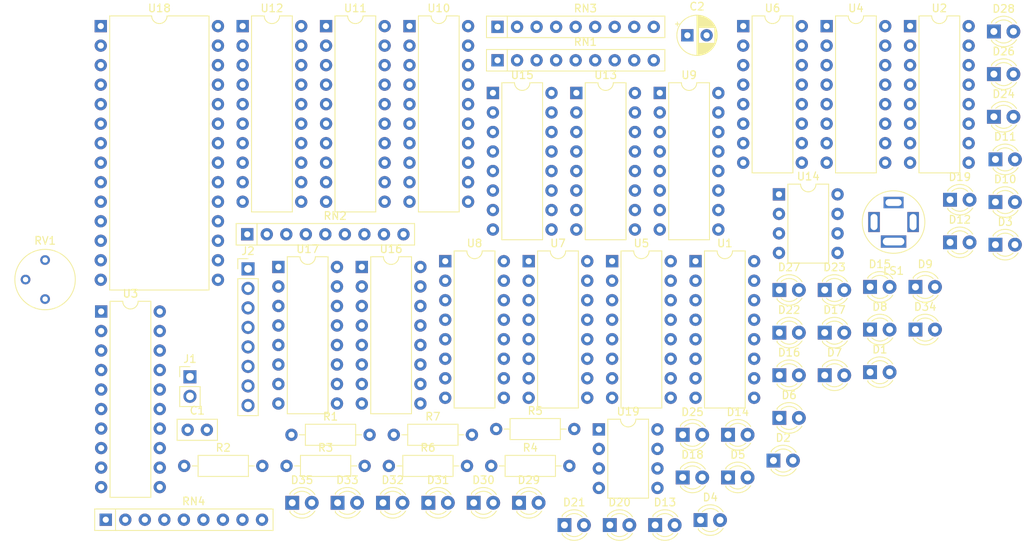
<source format=kicad_pcb>
(kicad_pcb (version 20171130) (host pcbnew "(5.1.9-0-10_14)")
  (layers (0 F.Cu signal) (31 B.Cu signal) (34 B.Paste user) (35 F.Paste user) (36 B.SilkS user) (37 F.SilkS user) (38 B.Mask user) (39 F.Mask user) (44 Edge.Cuts user))
  (net 0 "")
  (net 1 "Net-(D1-Pad2)")
  (net 2 "Net-(D1-Pad1)")
  (net 3 "Net-(D2-Pad2)")
  (net 4 "Net-(D2-Pad1)")
  (net 5 "Net-(D3-Pad2)")
  (net 6 "Net-(D3-Pad1)")
  (net 7 "Net-(D4-Pad2)")
  (net 8 "Net-(D4-Pad1)")
  (net 9 "Net-(D5-Pad2)")
  (net 10 "Net-(D5-Pad1)")
  (net 11 "Net-(D6-Pad2)")
  (net 12 "Net-(D6-Pad1)")
  (net 13 "Net-(D7-Pad2)")
  (net 14 "Net-(D7-Pad1)")
  (net 15 "Net-(D8-Pad2)")
  (net 16 "Net-(D8-Pad1)")
  (net 17 GND)
  (net 18 VCC)
  (net 19 "Net-(U1-Pad15)")
  (net 20 "Net-(U1-Pad7)")
  (net 21 "Net-(U1-Pad6)")
  (net 22 "Net-(U1-Pad13)")
  (net 23 "Net-(U1-Pad5)")
  (net 24 "Net-(U1-Pad12)")
  (net 25 "Net-(U1-Pad10)")
  (net 26 "Net-(U1-Pad9)")
  (net 27 "Net-(U1-Pad1)")
  (net 28 "Net-(U2-Pad7)")
  (net 29 "Net-(U2-Pad6)")
  (net 30 "Net-(U2-Pad12)")
  (net 31 "Net-(U2-Pad4)")
  (net 32 "Net-(U2-Pad3)")
  (net 33 "Net-(U2-Pad2)")
  (net 34 "Net-(U4-Pad7)")
  (net 35 "Net-(U4-Pad6)")
  (net 36 "Net-(U4-Pad12)")
  (net 37 "Net-(U4-Pad4)")
  (net 38 "Net-(U4-Pad3)")
  (net 39 "Net-(U4-Pad2)")
  (net 40 "Net-(U5-Pad7)")
  (net 41 "Net-(U5-Pad6)")
  (net 42 "Net-(U5-Pad12)")
  (net 43 /PULSE_IN)
  (net 44 "Net-(U5-Pad3)")
  (net 45 "Net-(U5-Pad2)")
  (net 46 "Net-(D9-Pad2)")
  (net 47 "Net-(D9-Pad1)")
  (net 48 "Net-(D10-Pad2)")
  (net 49 "Net-(D10-Pad1)")
  (net 50 "Net-(D11-Pad2)")
  (net 51 "Net-(D11-Pad1)")
  (net 52 "Net-(D12-Pad2)")
  (net 53 "Net-(D12-Pad1)")
  (net 54 "Net-(D13-Pad2)")
  (net 55 "Net-(D13-Pad1)")
  (net 56 "Net-(D14-Pad2)")
  (net 57 "Net-(D14-Pad1)")
  (net 58 "Net-(D15-Pad2)")
  (net 59 "Net-(D15-Pad1)")
  (net 60 "Net-(D16-Pad2)")
  (net 61 "Net-(D16-Pad1)")
  (net 62 /VOICE_1_OUT)
  (net 63 "Net-(D17-Pad1)")
  (net 64 /VOICE_2_OUT)
  (net 65 "Net-(D18-Pad1)")
  (net 66 /VOICE_1_LATCH)
  (net 67 "Net-(D19-Pad1)")
  (net 68 /VOICE_2_LATCH)
  (net 69 "Net-(D20-Pad1)")
  (net 70 "Net-(J1-Pad1)")
  (net 71 /BUS8)
  (net 72 /BUS7)
  (net 73 /BUS6)
  (net 74 /BUS5)
  (net 75 /BUS4)
  (net 76 /BUS3)
  (net 77 /BUS2)
  (net 78 /BUS1)
  (net 79 "Net-(U1-Pad3)")
  (net 80 "Net-(U10-Pad18)")
  (net 81 "Net-(U10-Pad14)")
  (net 82 "Net-(U10-Pad17)")
  (net 83 "Net-(U10-Pad13)")
  (net 84 "Net-(U10-Pad16)")
  (net 85 "Net-(U10-Pad12)")
  (net 86 "Net-(U10-Pad15)")
  (net 87 "Net-(U10-Pad11)")
  (net 88 "Net-(U6-Pad15)")
  (net 89 "Net-(U6-Pad7)")
  (net 90 "Net-(U6-Pad6)")
  (net 91 "Net-(U6-Pad13)")
  (net 92 "Net-(U6-Pad5)")
  (net 93 "Net-(U6-Pad12)")
  (net 94 "Net-(U6-Pad3)")
  (net 95 "Net-(U6-Pad10)")
  (net 96 "Net-(U6-Pad9)")
  (net 97 "Net-(U6-Pad1)")
  (net 98 "Net-(U7-Pad7)")
  (net 99 "Net-(U7-Pad6)")
  (net 100 "Net-(U7-Pad12)")
  (net 101 "Net-(U7-Pad4)")
  (net 102 "Net-(U7-Pad3)")
  (net 103 "Net-(U7-Pad2)")
  (net 104 "Net-(U8-Pad7)")
  (net 105 "Net-(U8-Pad6)")
  (net 106 "Net-(U8-Pad12)")
  (net 107 "Net-(U8-Pad4)")
  (net 108 "Net-(U8-Pad3)")
  (net 109 "Net-(U8-Pad2)")
  (net 110 "Net-(U9-Pad7)")
  (net 111 "Net-(U9-Pad6)")
  (net 112 "Net-(U9-Pad12)")
  (net 113 "Net-(U9-Pad3)")
  (net 114 "Net-(U9-Pad2)")
  (net 115 "Net-(U11-Pad18)")
  (net 116 "Net-(U11-Pad17)")
  (net 117 "Net-(U11-Pad16)")
  (net 118 "Net-(U11-Pad15)")
  (net 119 "Net-(U11-Pad14)")
  (net 120 "Net-(U11-Pad13)")
  (net 121 "Net-(U11-Pad12)")
  (net 122 "Net-(U11-Pad11)")
  (net 123 "Net-(C1-Pad2)")
  (net 124 "Net-(D21-Pad2)")
  (net 125 "Net-(D21-Pad1)")
  (net 126 "Net-(D22-Pad2)")
  (net 127 "Net-(D22-Pad1)")
  (net 128 "Net-(D23-Pad2)")
  (net 129 "Net-(D23-Pad1)")
  (net 130 "Net-(D24-Pad2)")
  (net 131 "Net-(D24-Pad1)")
  (net 132 "Net-(D25-Pad2)")
  (net 133 "Net-(D25-Pad1)")
  (net 134 "Net-(D26-Pad2)")
  (net 135 "Net-(D26-Pad1)")
  (net 136 "Net-(D27-Pad2)")
  (net 137 "Net-(D27-Pad1)")
  (net 138 "Net-(D28-Pad2)")
  (net 139 "Net-(D28-Pad1)")
  (net 140 "Net-(D29-Pad2)")
  (net 141 "Net-(D29-Pad1)")
  (net 142 "Net-(D30-Pad2)")
  (net 143 "Net-(D30-Pad1)")
  (net 144 "Net-(D31-Pad2)")
  (net 145 "Net-(D31-Pad1)")
  (net 146 "Net-(D32-Pad2)")
  (net 147 "Net-(D32-Pad1)")
  (net 148 "Net-(D33-Pad2)")
  (net 149 "Net-(D33-Pad1)")
  (net 150 "Net-(D34-Pad2)")
  (net 151 "Net-(D34-Pad1)")
  (net 152 "Net-(D35-Pad2)")
  (net 153 "Net-(D35-Pad1)")
  (net 154 "Net-(R5-Pad2)")
  (net 155 "Net-(R5-Pad1)")
  (net 156 "Net-(RN3-Pad9)")
  (net 157 "Net-(U13-Pad15)")
  (net 158 "Net-(U13-Pad7)")
  (net 159 "Net-(U13-Pad6)")
  (net 160 "Net-(U13-Pad5)")
  (net 161 "Net-(U13-Pad4)")
  (net 162 "Net-(U13-Pad11)")
  (net 163 "Net-(U13-Pad3)")
  (net 164 "Net-(U13-Pad10)")
  (net 165 /CONTROL_CLOCK)
  (net 166 "Net-(U13-Pad9)")
  (net 167 /ADDRESS_REG_RESET)
  (net 168 "Net-(U15-Pad15)")
  (net 169 "Net-(U15-Pad7)")
  (net 170 "Net-(U15-Pad6)")
  (net 171 "Net-(U15-Pad5)")
  (net 172 "Net-(U15-Pad4)")
  (net 173 "Net-(U15-Pad3)")
  (net 174 "Net-(U15-Pad10)")
  (net 175 "Net-(U15-Pad9)")
  (net 176 "Net-(U16-Pad15)")
  (net 177 "Net-(U16-Pad7)")
  (net 178 "Net-(U16-Pad6)")
  (net 179 "Net-(U16-Pad5)")
  (net 180 "Net-(U16-Pad4)")
  (net 181 "Net-(U16-Pad3)")
  (net 182 "Net-(U16-Pad10)")
  (net 183 "Net-(U16-Pad9)")
  (net 184 "Net-(U17-Pad15)")
  (net 185 "Net-(U17-Pad7)")
  (net 186 "Net-(U17-Pad6)")
  (net 187 "Net-(U17-Pad5)")
  (net 188 "Net-(U17-Pad4)")
  (net 189 "Net-(U17-Pad3)")
  (net 190 "Net-(U17-Pad10)")
  (net 191 "Net-(U17-Pad9)")
  (net 192 "Net-(C2-Pad1)")
  (net 193 "Net-(R7-Pad2)")
  (net 194 "Net-(RV1-Pad1)")
  (net 195 "Net-(RV1-Pad3)")
  (module Potentiometer_THT:Potentiometer_Bourns_3339P_Vertical (layer F.Cu) (at 86.36 94.996)
    (fp_text reference RV1 (at 0 -7.6) (layer F.SilkS))
    (fp_text value R_POT_TRIM_US)
    (pad 1 thru_hole circle (at 0 0) (size 1.26 1.26) (drill 0.7) (layers *.Cu *.Mask) (net 194 "Net-(RV1-Pad1)"))
    (pad 2 thru_hole circle (at -2.54 -2.54) (size 1.26 1.26) (drill 0.7) (layers *.Cu *.Mask) (net 193 "Net-(R7-Pad2)"))
    (pad 3 thru_hole circle (at 0 -5.08) (size 1.26 1.26) (drill 0.7) (layers *.Cu *.Mask) (net 195 "Net-(RV1-Pad3)"))
  )
  (module Package_DIP:DIP-8_W7.62mm (layer F.Cu) (at 158.382 111.964)
    (fp_text reference U19 (at 3.81 -2.33) (layer F.SilkS))
    (fp_text value LM555xN)
    (pad 8 thru_hole oval (at 7.62 0) (size 1.6 1.6) (drill 0.8) (layers *.Cu *.Mask) (net 18 VCC))
    (pad 4 thru_hole oval (at 0 7.62) (size 1.6 1.6) (drill 0.8) (layers *.Cu *.Mask) (net 18 VCC))
    (pad 7 thru_hole oval (at 7.62 2.54) (size 1.6 1.6) (drill 0.8) (layers *.Cu *.Mask) (net 193 "Net-(R7-Pad2)"))
    (pad 3 thru_hole oval (at 0 5.08) (size 1.6 1.6) (drill 0.8) (layers *.Cu *.Mask) (net 165 /CONTROL_CLOCK))
    (pad 6 thru_hole oval (at 7.62 5.08) (size 1.6 1.6) (drill 0.8) (layers *.Cu *.Mask) (net 195 "Net-(RV1-Pad3)"))
    (pad 2 thru_hole oval (at 0 2.54) (size 1.6 1.6) (drill 0.8) (layers *.Cu *.Mask) (net 192 "Net-(C2-Pad1)"))
    (pad 5 thru_hole oval (at 7.62 7.62) (size 1.6 1.6) (drill 0.8) (layers *.Cu *.Mask) (net 18 VCC))
    (pad 1 thru_hole rect (at 0 0) (size 1.6 1.6) (drill 0.8) (layers *.Cu *.Mask) (net 17 GND))
  )
  (module Package_DIP:DIP-28_W15.24mm (layer F.Cu) (at 93.602 59.464)
    (fp_text reference U18 (at 7.62 -2.33) (layer F.SilkS))
    (fp_text value 28C256)
    (pad 28 thru_hole oval (at 15.24 0) (size 1.6 1.6) (drill 0.8) (layers *.Cu *.Mask) (net 18 VCC))
    (pad 14 thru_hole oval (at 0 33.02) (size 1.6 1.6) (drill 0.8) (layers *.Cu *.Mask) (net 17 GND))
    (pad 27 thru_hole oval (at 15.24 2.54) (size 1.6 1.6) (drill 0.8) (layers *.Cu *.Mask) (net 18 VCC))
    (pad 13 thru_hole oval (at 0 30.48) (size 1.6 1.6) (drill 0.8) (layers *.Cu *.Mask) (net 73 /BUS6))
    (pad 26 thru_hole oval (at 15.24 5.08) (size 1.6 1.6) (drill 0.8) (layers *.Cu *.Mask) (net 126 "Net-(D22-Pad2)"))
    (pad 12 thru_hole oval (at 0 27.94) (size 1.6 1.6) (drill 0.8) (layers *.Cu *.Mask) (net 72 /BUS7))
    (pad 25 thru_hole oval (at 15.24 7.62) (size 1.6 1.6) (drill 0.8) (layers *.Cu *.Mask) (net 136 "Net-(D27-Pad2)"))
    (pad 11 thru_hole oval (at 0 25.4) (size 1.6 1.6) (drill 0.8) (layers *.Cu *.Mask) (net 71 /BUS8))
    (pad 24 thru_hole oval (at 15.24 10.16) (size 1.6 1.6) (drill 0.8) (layers *.Cu *.Mask) (net 134 "Net-(D26-Pad2)"))
    (pad 10 thru_hole oval (at 0 22.86) (size 1.6 1.6) (drill 0.8) (layers *.Cu *.Mask) (net 152 "Net-(D35-Pad2)"))
    (pad 23 thru_hole oval (at 15.24 12.7) (size 1.6 1.6) (drill 0.8) (layers *.Cu *.Mask) (net 130 "Net-(D24-Pad2)"))
    (pad 9 thru_hole oval (at 0 20.32) (size 1.6 1.6) (drill 0.8) (layers *.Cu *.Mask) (net 150 "Net-(D34-Pad2)"))
    (pad 22 thru_hole oval (at 15.24 15.24) (size 1.6 1.6) (drill 0.8) (layers *.Cu *.Mask) (net 17 GND))
    (pad 8 thru_hole oval (at 0 17.78) (size 1.6 1.6) (drill 0.8) (layers *.Cu *.Mask) (net 148 "Net-(D33-Pad2)"))
    (pad 21 thru_hole oval (at 15.24 17.78) (size 1.6 1.6) (drill 0.8) (layers *.Cu *.Mask) (net 132 "Net-(D25-Pad2)"))
    (pad 7 thru_hole oval (at 0 15.24) (size 1.6 1.6) (drill 0.8) (layers *.Cu *.Mask) (net 146 "Net-(D32-Pad2)"))
    (pad 20 thru_hole oval (at 15.24 20.32) (size 1.6 1.6) (drill 0.8) (layers *.Cu *.Mask) (net 17 GND))
    (pad 6 thru_hole oval (at 0 12.7) (size 1.6 1.6) (drill 0.8) (layers *.Cu *.Mask) (net 144 "Net-(D31-Pad2)"))
    (pad 19 thru_hole oval (at 15.24 22.86) (size 1.6 1.6) (drill 0.8) (layers *.Cu *.Mask) (net 78 /BUS1))
    (pad 5 thru_hole oval (at 0 10.16) (size 1.6 1.6) (drill 0.8) (layers *.Cu *.Mask) (net 142 "Net-(D30-Pad2)"))
    (pad 18 thru_hole oval (at 15.24 25.4) (size 1.6 1.6) (drill 0.8) (layers *.Cu *.Mask) (net 77 /BUS2))
    (pad 4 thru_hole oval (at 0 7.62) (size 1.6 1.6) (drill 0.8) (layers *.Cu *.Mask) (net 140 "Net-(D29-Pad2)"))
    (pad 17 thru_hole oval (at 15.24 27.94) (size 1.6 1.6) (drill 0.8) (layers *.Cu *.Mask) (net 76 /BUS3))
    (pad 3 thru_hole oval (at 0 5.08) (size 1.6 1.6) (drill 0.8) (layers *.Cu *.Mask) (net 138 "Net-(D28-Pad2)"))
    (pad 16 thru_hole oval (at 15.24 30.48) (size 1.6 1.6) (drill 0.8) (layers *.Cu *.Mask) (net 75 /BUS4))
    (pad 2 thru_hole oval (at 0 2.54) (size 1.6 1.6) (drill 0.8) (layers *.Cu *.Mask) (net 128 "Net-(D23-Pad2)"))
    (pad 15 thru_hole oval (at 15.24 33.02) (size 1.6 1.6) (drill 0.8) (layers *.Cu *.Mask) (net 74 /BUS5))
    (pad 1 thru_hole rect (at 0 0) (size 1.6 1.6) (drill 0.8) (layers *.Cu *.Mask) (net 124 "Net-(D21-Pad2)"))
  )
  (module Package_DIP:DIP-16_W7.62mm (layer F.Cu) (at 116.702 90.814)
    (fp_text reference U17 (at 3.81 -2.33) (layer F.SilkS))
    (fp_text value 74LS161)
    (pad 16 thru_hole oval (at 7.62 0) (size 1.6 1.6) (drill 0.8) (layers *.Cu *.Mask) (net 18 VCC))
    (pad 8 thru_hole oval (at 0 17.78) (size 1.6 1.6) (drill 0.8) (layers *.Cu *.Mask) (net 17 GND))
    (pad 15 thru_hole oval (at 7.62 2.54) (size 1.6 1.6) (drill 0.8) (layers *.Cu *.Mask) (net 184 "Net-(U17-Pad15)"))
    (pad 7 thru_hole oval (at 0 15.24) (size 1.6 1.6) (drill 0.8) (layers *.Cu *.Mask) (net 185 "Net-(U17-Pad7)"))
    (pad 14 thru_hole oval (at 7.62 5.08) (size 1.6 1.6) (drill 0.8) (layers *.Cu *.Mask) (net 152 "Net-(D35-Pad2)"))
    (pad 6 thru_hole oval (at 0 12.7) (size 1.6 1.6) (drill 0.8) (layers *.Cu *.Mask) (net 186 "Net-(U17-Pad6)"))
    (pad 13 thru_hole oval (at 7.62 7.62) (size 1.6 1.6) (drill 0.8) (layers *.Cu *.Mask) (net 150 "Net-(D34-Pad2)"))
    (pad 5 thru_hole oval (at 0 10.16) (size 1.6 1.6) (drill 0.8) (layers *.Cu *.Mask) (net 187 "Net-(U17-Pad5)"))
    (pad 12 thru_hole oval (at 7.62 10.16) (size 1.6 1.6) (drill 0.8) (layers *.Cu *.Mask) (net 148 "Net-(D33-Pad2)"))
    (pad 4 thru_hole oval (at 0 7.62) (size 1.6 1.6) (drill 0.8) (layers *.Cu *.Mask) (net 188 "Net-(U17-Pad4)"))
    (pad 11 thru_hole oval (at 7.62 12.7) (size 1.6 1.6) (drill 0.8) (layers *.Cu *.Mask) (net 146 "Net-(D32-Pad2)"))
    (pad 3 thru_hole oval (at 0 5.08) (size 1.6 1.6) (drill 0.8) (layers *.Cu *.Mask) (net 189 "Net-(U17-Pad3)"))
    (pad 10 thru_hole oval (at 7.62 15.24) (size 1.6 1.6) (drill 0.8) (layers *.Cu *.Mask) (net 190 "Net-(U17-Pad10)"))
    (pad 2 thru_hole oval (at 0 2.54) (size 1.6 1.6) (drill 0.8) (layers *.Cu *.Mask) (net 165 /CONTROL_CLOCK))
    (pad 9 thru_hole oval (at 7.62 17.78) (size 1.6 1.6) (drill 0.8) (layers *.Cu *.Mask) (net 191 "Net-(U17-Pad9)"))
    (pad 1 thru_hole rect (at 0 0) (size 1.6 1.6) (drill 0.8) (layers *.Cu *.Mask) (net 167 /ADDRESS_REG_RESET))
  )
  (module Package_DIP:DIP-16_W7.62mm (layer F.Cu) (at 127.552 90.814)
    (fp_text reference U16 (at 3.81 -2.33) (layer F.SilkS))
    (fp_text value 74LS161)
    (pad 16 thru_hole oval (at 7.62 0) (size 1.6 1.6) (drill 0.8) (layers *.Cu *.Mask) (net 18 VCC))
    (pad 8 thru_hole oval (at 0 17.78) (size 1.6 1.6) (drill 0.8) (layers *.Cu *.Mask) (net 17 GND))
    (pad 15 thru_hole oval (at 7.62 2.54) (size 1.6 1.6) (drill 0.8) (layers *.Cu *.Mask) (net 176 "Net-(U16-Pad15)"))
    (pad 7 thru_hole oval (at 0 15.24) (size 1.6 1.6) (drill 0.8) (layers *.Cu *.Mask) (net 177 "Net-(U16-Pad7)"))
    (pad 14 thru_hole oval (at 7.62 5.08) (size 1.6 1.6) (drill 0.8) (layers *.Cu *.Mask) (net 144 "Net-(D31-Pad2)"))
    (pad 6 thru_hole oval (at 0 12.7) (size 1.6 1.6) (drill 0.8) (layers *.Cu *.Mask) (net 178 "Net-(U16-Pad6)"))
    (pad 13 thru_hole oval (at 7.62 7.62) (size 1.6 1.6) (drill 0.8) (layers *.Cu *.Mask) (net 142 "Net-(D30-Pad2)"))
    (pad 5 thru_hole oval (at 0 10.16) (size 1.6 1.6) (drill 0.8) (layers *.Cu *.Mask) (net 179 "Net-(U16-Pad5)"))
    (pad 12 thru_hole oval (at 7.62 10.16) (size 1.6 1.6) (drill 0.8) (layers *.Cu *.Mask) (net 140 "Net-(D29-Pad2)"))
    (pad 4 thru_hole oval (at 0 7.62) (size 1.6 1.6) (drill 0.8) (layers *.Cu *.Mask) (net 180 "Net-(U16-Pad4)"))
    (pad 11 thru_hole oval (at 7.62 12.7) (size 1.6 1.6) (drill 0.8) (layers *.Cu *.Mask) (net 138 "Net-(D28-Pad2)"))
    (pad 3 thru_hole oval (at 0 5.08) (size 1.6 1.6) (drill 0.8) (layers *.Cu *.Mask) (net 181 "Net-(U16-Pad3)"))
    (pad 10 thru_hole oval (at 7.62 15.24) (size 1.6 1.6) (drill 0.8) (layers *.Cu *.Mask) (net 182 "Net-(U16-Pad10)"))
    (pad 2 thru_hole oval (at 0 2.54) (size 1.6 1.6) (drill 0.8) (layers *.Cu *.Mask) (net 165 /CONTROL_CLOCK))
    (pad 9 thru_hole oval (at 7.62 17.78) (size 1.6 1.6) (drill 0.8) (layers *.Cu *.Mask) (net 183 "Net-(U16-Pad9)"))
    (pad 1 thru_hole rect (at 0 0) (size 1.6 1.6) (drill 0.8) (layers *.Cu *.Mask) (net 167 /ADDRESS_REG_RESET))
  )
  (module Package_DIP:DIP-16_W7.62mm (layer F.Cu) (at 144.602 68.164)
    (fp_text reference U15 (at 3.81 -2.33) (layer F.SilkS))
    (fp_text value 74LS161)
    (pad 16 thru_hole oval (at 7.62 0) (size 1.6 1.6) (drill 0.8) (layers *.Cu *.Mask) (net 18 VCC))
    (pad 8 thru_hole oval (at 0 17.78) (size 1.6 1.6) (drill 0.8) (layers *.Cu *.Mask) (net 17 GND))
    (pad 15 thru_hole oval (at 7.62 2.54) (size 1.6 1.6) (drill 0.8) (layers *.Cu *.Mask) (net 168 "Net-(U15-Pad15)"))
    (pad 7 thru_hole oval (at 0 15.24) (size 1.6 1.6) (drill 0.8) (layers *.Cu *.Mask) (net 169 "Net-(U15-Pad7)"))
    (pad 14 thru_hole oval (at 7.62 5.08) (size 1.6 1.6) (drill 0.8) (layers *.Cu *.Mask) (net 136 "Net-(D27-Pad2)"))
    (pad 6 thru_hole oval (at 0 12.7) (size 1.6 1.6) (drill 0.8) (layers *.Cu *.Mask) (net 170 "Net-(U15-Pad6)"))
    (pad 13 thru_hole oval (at 7.62 7.62) (size 1.6 1.6) (drill 0.8) (layers *.Cu *.Mask) (net 134 "Net-(D26-Pad2)"))
    (pad 5 thru_hole oval (at 0 10.16) (size 1.6 1.6) (drill 0.8) (layers *.Cu *.Mask) (net 171 "Net-(U15-Pad5)"))
    (pad 12 thru_hole oval (at 7.62 10.16) (size 1.6 1.6) (drill 0.8) (layers *.Cu *.Mask) (net 132 "Net-(D25-Pad2)"))
    (pad 4 thru_hole oval (at 0 7.62) (size 1.6 1.6) (drill 0.8) (layers *.Cu *.Mask) (net 172 "Net-(U15-Pad4)"))
    (pad 11 thru_hole oval (at 7.62 12.7) (size 1.6 1.6) (drill 0.8) (layers *.Cu *.Mask) (net 130 "Net-(D24-Pad2)"))
    (pad 3 thru_hole oval (at 0 5.08) (size 1.6 1.6) (drill 0.8) (layers *.Cu *.Mask) (net 173 "Net-(U15-Pad3)"))
    (pad 10 thru_hole oval (at 7.62 15.24) (size 1.6 1.6) (drill 0.8) (layers *.Cu *.Mask) (net 174 "Net-(U15-Pad10)"))
    (pad 2 thru_hole oval (at 0 2.54) (size 1.6 1.6) (drill 0.8) (layers *.Cu *.Mask) (net 165 /CONTROL_CLOCK))
    (pad 9 thru_hole oval (at 7.62 17.78) (size 1.6 1.6) (drill 0.8) (layers *.Cu *.Mask) (net 175 "Net-(U15-Pad9)"))
    (pad 1 thru_hole rect (at 0 0) (size 1.6 1.6) (drill 0.8) (layers *.Cu *.Mask) (net 167 /ADDRESS_REG_RESET))
  )
  (module Package_DIP:DIP-8_W7.62mm (layer F.Cu) (at 181.802 81.364)
    (fp_text reference U14 (at 3.81 -2.33) (layer F.SilkS))
    (fp_text value LM555xN)
    (pad 8 thru_hole oval (at 7.62 0) (size 1.6 1.6) (drill 0.8) (layers *.Cu *.Mask) (net 18 VCC))
    (pad 4 thru_hole oval (at 0 7.62) (size 1.6 1.6) (drill 0.8) (layers *.Cu *.Mask) (net 18 VCC))
    (pad 7 thru_hole oval (at 7.62 2.54) (size 1.6 1.6) (drill 0.8) (layers *.Cu *.Mask) (net 154 "Net-(R5-Pad2)"))
    (pad 3 thru_hole oval (at 0 5.08) (size 1.6 1.6) (drill 0.8) (layers *.Cu *.Mask) (net 43 /PULSE_IN))
    (pad 6 thru_hole oval (at 7.62 5.08) (size 1.6 1.6) (drill 0.8) (layers *.Cu *.Mask) (net 155 "Net-(R5-Pad1)"))
    (pad 2 thru_hole oval (at 0 2.54) (size 1.6 1.6) (drill 0.8) (layers *.Cu *.Mask) (net 123 "Net-(C1-Pad2)"))
    (pad 5 thru_hole oval (at 7.62 7.62) (size 1.6 1.6) (drill 0.8) (layers *.Cu *.Mask) (net 18 VCC))
    (pad 1 thru_hole rect (at 0 0) (size 1.6 1.6) (drill 0.8) (layers *.Cu *.Mask) (net 17 GND))
  )
  (module Package_DIP:DIP-16_W7.62mm (layer F.Cu) (at 155.452 68.164)
    (fp_text reference U13 (at 3.81 -2.33) (layer F.SilkS))
    (fp_text value 74LS161)
    (pad 16 thru_hole oval (at 7.62 0) (size 1.6 1.6) (drill 0.8) (layers *.Cu *.Mask) (net 18 VCC))
    (pad 8 thru_hole oval (at 0 17.78) (size 1.6 1.6) (drill 0.8) (layers *.Cu *.Mask) (net 17 GND))
    (pad 15 thru_hole oval (at 7.62 2.54) (size 1.6 1.6) (drill 0.8) (layers *.Cu *.Mask) (net 157 "Net-(U13-Pad15)"))
    (pad 7 thru_hole oval (at 0 15.24) (size 1.6 1.6) (drill 0.8) (layers *.Cu *.Mask) (net 158 "Net-(U13-Pad7)"))
    (pad 14 thru_hole oval (at 7.62 5.08) (size 1.6 1.6) (drill 0.8) (layers *.Cu *.Mask) (net 128 "Net-(D23-Pad2)"))
    (pad 6 thru_hole oval (at 0 12.7) (size 1.6 1.6) (drill 0.8) (layers *.Cu *.Mask) (net 159 "Net-(U13-Pad6)"))
    (pad 13 thru_hole oval (at 7.62 7.62) (size 1.6 1.6) (drill 0.8) (layers *.Cu *.Mask) (net 126 "Net-(D22-Pad2)"))
    (pad 5 thru_hole oval (at 0 10.16) (size 1.6 1.6) (drill 0.8) (layers *.Cu *.Mask) (net 160 "Net-(U13-Pad5)"))
    (pad 12 thru_hole oval (at 7.62 10.16) (size 1.6 1.6) (drill 0.8) (layers *.Cu *.Mask) (net 124 "Net-(D21-Pad2)"))
    (pad 4 thru_hole oval (at 0 7.62) (size 1.6 1.6) (drill 0.8) (layers *.Cu *.Mask) (net 161 "Net-(U13-Pad4)"))
    (pad 11 thru_hole oval (at 7.62 12.7) (size 1.6 1.6) (drill 0.8) (layers *.Cu *.Mask) (net 162 "Net-(U13-Pad11)"))
    (pad 3 thru_hole oval (at 0 5.08) (size 1.6 1.6) (drill 0.8) (layers *.Cu *.Mask) (net 163 "Net-(U13-Pad3)"))
    (pad 10 thru_hole oval (at 7.62 15.24) (size 1.6 1.6) (drill 0.8) (layers *.Cu *.Mask) (net 164 "Net-(U13-Pad10)"))
    (pad 2 thru_hole oval (at 0 2.54) (size 1.6 1.6) (drill 0.8) (layers *.Cu *.Mask) (net 165 /CONTROL_CLOCK))
    (pad 9 thru_hole oval (at 7.62 17.78) (size 1.6 1.6) (drill 0.8) (layers *.Cu *.Mask) (net 166 "Net-(U13-Pad9)"))
    (pad 1 thru_hole rect (at 0 0) (size 1.6 1.6) (drill 0.8) (layers *.Cu *.Mask) (net 167 /ADDRESS_REG_RESET))
  )
  (module Package_DIP:DIP-20_W7.62mm (layer F.Cu) (at 112.052 59.464)
    (fp_text reference U12 (at 3.81 -2.33) (layer F.SilkS))
    (fp_text value 74LS273)
    (pad 20 thru_hole oval (at 7.62 0) (size 1.6 1.6) (drill 0.8) (layers *.Cu *.Mask) (net 18 VCC))
    (pad 10 thru_hole oval (at 0 22.86) (size 1.6 1.6) (drill 0.8) (layers *.Cu *.Mask) (net 17 GND))
    (pad 19 thru_hole oval (at 7.62 2.54) (size 1.6 1.6) (drill 0.8) (layers *.Cu *.Mask) (net 115 "Net-(U11-Pad18)"))
    (pad 9 thru_hole oval (at 0 20.32) (size 1.6 1.6) (drill 0.8) (layers *.Cu *.Mask) (net 119 "Net-(U11-Pad14)"))
    (pad 18 thru_hole oval (at 7.62 5.08) (size 1.6 1.6) (drill 0.8) (layers *.Cu *.Mask) (net 71 /BUS8))
    (pad 8 thru_hole oval (at 0 17.78) (size 1.6 1.6) (drill 0.8) (layers *.Cu *.Mask) (net 75 /BUS4))
    (pad 17 thru_hole oval (at 7.62 7.62) (size 1.6 1.6) (drill 0.8) (layers *.Cu *.Mask) (net 72 /BUS7))
    (pad 7 thru_hole oval (at 0 15.24) (size 1.6 1.6) (drill 0.8) (layers *.Cu *.Mask) (net 76 /BUS3))
    (pad 16 thru_hole oval (at 7.62 10.16) (size 1.6 1.6) (drill 0.8) (layers *.Cu *.Mask) (net 116 "Net-(U11-Pad17)"))
    (pad 6 thru_hole oval (at 0 12.7) (size 1.6 1.6) (drill 0.8) (layers *.Cu *.Mask) (net 120 "Net-(U11-Pad13)"))
    (pad 15 thru_hole oval (at 7.62 12.7) (size 1.6 1.6) (drill 0.8) (layers *.Cu *.Mask) (net 117 "Net-(U11-Pad16)"))
    (pad 5 thru_hole oval (at 0 10.16) (size 1.6 1.6) (drill 0.8) (layers *.Cu *.Mask) (net 121 "Net-(U11-Pad12)"))
    (pad 14 thru_hole oval (at 7.62 15.24) (size 1.6 1.6) (drill 0.8) (layers *.Cu *.Mask) (net 73 /BUS6))
    (pad 4 thru_hole oval (at 0 7.62) (size 1.6 1.6) (drill 0.8) (layers *.Cu *.Mask) (net 77 /BUS2))
    (pad 13 thru_hole oval (at 7.62 17.78) (size 1.6 1.6) (drill 0.8) (layers *.Cu *.Mask) (net 74 /BUS5))
    (pad 3 thru_hole oval (at 0 5.08) (size 1.6 1.6) (drill 0.8) (layers *.Cu *.Mask) (net 78 /BUS1))
    (pad 12 thru_hole oval (at 7.62 20.32) (size 1.6 1.6) (drill 0.8) (layers *.Cu *.Mask) (net 118 "Net-(U11-Pad15)"))
    (pad 2 thru_hole oval (at 0 2.54) (size 1.6 1.6) (drill 0.8) (layers *.Cu *.Mask) (net 122 "Net-(U11-Pad11)"))
    (pad 11 thru_hole oval (at 7.62 22.86) (size 1.6 1.6) (drill 0.8) (layers *.Cu *.Mask) (net 68 /VOICE_2_LATCH))
    (pad 1 thru_hole rect (at 0 0) (size 1.6 1.6) (drill 0.8) (layers *.Cu *.Mask) (net 18 VCC))
  )
  (module Package_DIP:DIP-20_W7.62mm (layer F.Cu) (at 122.902 59.464)
    (fp_text reference U11 (at 3.81 -2.33) (layer F.SilkS))
    (fp_text value 74LS245)
    (pad 20 thru_hole oval (at 7.62 0) (size 1.6 1.6) (drill 0.8) (layers *.Cu *.Mask) (net 18 VCC))
    (pad 10 thru_hole oval (at 0 22.86) (size 1.6 1.6) (drill 0.8) (layers *.Cu *.Mask) (net 17 GND))
    (pad 19 thru_hole oval (at 7.62 2.54) (size 1.6 1.6) (drill 0.8) (layers *.Cu *.Mask) (net 64 /VOICE_2_OUT))
    (pad 9 thru_hole oval (at 0 20.32) (size 1.6 1.6) (drill 0.8) (layers *.Cu *.Mask) (net 15 "Net-(D8-Pad2)"))
    (pad 18 thru_hole oval (at 7.62 5.08) (size 1.6 1.6) (drill 0.8) (layers *.Cu *.Mask) (net 115 "Net-(U11-Pad18)"))
    (pad 8 thru_hole oval (at 0 17.78) (size 1.6 1.6) (drill 0.8) (layers *.Cu *.Mask) (net 13 "Net-(D7-Pad2)"))
    (pad 17 thru_hole oval (at 7.62 7.62) (size 1.6 1.6) (drill 0.8) (layers *.Cu *.Mask) (net 116 "Net-(U11-Pad17)"))
    (pad 7 thru_hole oval (at 0 15.24) (size 1.6 1.6) (drill 0.8) (layers *.Cu *.Mask) (net 11 "Net-(D6-Pad2)"))
    (pad 16 thru_hole oval (at 7.62 10.16) (size 1.6 1.6) (drill 0.8) (layers *.Cu *.Mask) (net 117 "Net-(U11-Pad16)"))
    (pad 6 thru_hole oval (at 0 12.7) (size 1.6 1.6) (drill 0.8) (layers *.Cu *.Mask) (net 9 "Net-(D5-Pad2)"))
    (pad 15 thru_hole oval (at 7.62 12.7) (size 1.6 1.6) (drill 0.8) (layers *.Cu *.Mask) (net 118 "Net-(U11-Pad15)"))
    (pad 5 thru_hole oval (at 0 10.16) (size 1.6 1.6) (drill 0.8) (layers *.Cu *.Mask) (net 7 "Net-(D4-Pad2)"))
    (pad 14 thru_hole oval (at 7.62 15.24) (size 1.6 1.6) (drill 0.8) (layers *.Cu *.Mask) (net 119 "Net-(U11-Pad14)"))
    (pad 4 thru_hole oval (at 0 7.62) (size 1.6 1.6) (drill 0.8) (layers *.Cu *.Mask) (net 5 "Net-(D3-Pad2)"))
    (pad 13 thru_hole oval (at 7.62 17.78) (size 1.6 1.6) (drill 0.8) (layers *.Cu *.Mask) (net 120 "Net-(U11-Pad13)"))
    (pad 3 thru_hole oval (at 0 5.08) (size 1.6 1.6) (drill 0.8) (layers *.Cu *.Mask) (net 3 "Net-(D2-Pad2)"))
    (pad 12 thru_hole oval (at 7.62 20.32) (size 1.6 1.6) (drill 0.8) (layers *.Cu *.Mask) (net 121 "Net-(U11-Pad12)"))
    (pad 2 thru_hole oval (at 0 2.54) (size 1.6 1.6) (drill 0.8) (layers *.Cu *.Mask) (net 1 "Net-(D1-Pad2)"))
    (pad 11 thru_hole oval (at 7.62 22.86) (size 1.6 1.6) (drill 0.8) (layers *.Cu *.Mask) (net 122 "Net-(U11-Pad11)"))
    (pad 1 thru_hole rect (at 0 0) (size 1.6 1.6) (drill 0.8) (layers *.Cu *.Mask) (net 17 GND))
  )
  (module Package_DIP:DIP-20_W7.62mm (layer F.Cu) (at 133.752 59.464)
    (fp_text reference U10 (at 3.81 -2.33) (layer F.SilkS))
    (fp_text value 74LS245)
    (pad 20 thru_hole oval (at 7.62 0) (size 1.6 1.6) (drill 0.8) (layers *.Cu *.Mask) (net 18 VCC))
    (pad 10 thru_hole oval (at 0 22.86) (size 1.6 1.6) (drill 0.8) (layers *.Cu *.Mask) (net 17 GND))
    (pad 19 thru_hole oval (at 7.62 2.54) (size 1.6 1.6) (drill 0.8) (layers *.Cu *.Mask) (net 62 /VOICE_1_OUT))
    (pad 9 thru_hole oval (at 0 20.32) (size 1.6 1.6) (drill 0.8) (layers *.Cu *.Mask) (net 60 "Net-(D16-Pad2)"))
    (pad 18 thru_hole oval (at 7.62 5.08) (size 1.6 1.6) (drill 0.8) (layers *.Cu *.Mask) (net 80 "Net-(U10-Pad18)"))
    (pad 8 thru_hole oval (at 0 17.78) (size 1.6 1.6) (drill 0.8) (layers *.Cu *.Mask) (net 58 "Net-(D15-Pad2)"))
    (pad 17 thru_hole oval (at 7.62 7.62) (size 1.6 1.6) (drill 0.8) (layers *.Cu *.Mask) (net 82 "Net-(U10-Pad17)"))
    (pad 7 thru_hole oval (at 0 15.24) (size 1.6 1.6) (drill 0.8) (layers *.Cu *.Mask) (net 56 "Net-(D14-Pad2)"))
    (pad 16 thru_hole oval (at 7.62 10.16) (size 1.6 1.6) (drill 0.8) (layers *.Cu *.Mask) (net 84 "Net-(U10-Pad16)"))
    (pad 6 thru_hole oval (at 0 12.7) (size 1.6 1.6) (drill 0.8) (layers *.Cu *.Mask) (net 54 "Net-(D13-Pad2)"))
    (pad 15 thru_hole oval (at 7.62 12.7) (size 1.6 1.6) (drill 0.8) (layers *.Cu *.Mask) (net 86 "Net-(U10-Pad15)"))
    (pad 5 thru_hole oval (at 0 10.16) (size 1.6 1.6) (drill 0.8) (layers *.Cu *.Mask) (net 52 "Net-(D12-Pad2)"))
    (pad 14 thru_hole oval (at 7.62 15.24) (size 1.6 1.6) (drill 0.8) (layers *.Cu *.Mask) (net 81 "Net-(U10-Pad14)"))
    (pad 4 thru_hole oval (at 0 7.62) (size 1.6 1.6) (drill 0.8) (layers *.Cu *.Mask) (net 50 "Net-(D11-Pad2)"))
    (pad 13 thru_hole oval (at 7.62 17.78) (size 1.6 1.6) (drill 0.8) (layers *.Cu *.Mask) (net 83 "Net-(U10-Pad13)"))
    (pad 3 thru_hole oval (at 0 5.08) (size 1.6 1.6) (drill 0.8) (layers *.Cu *.Mask) (net 48 "Net-(D10-Pad2)"))
    (pad 12 thru_hole oval (at 7.62 20.32) (size 1.6 1.6) (drill 0.8) (layers *.Cu *.Mask) (net 85 "Net-(U10-Pad12)"))
    (pad 2 thru_hole oval (at 0 2.54) (size 1.6 1.6) (drill 0.8) (layers *.Cu *.Mask) (net 46 "Net-(D9-Pad2)"))
    (pad 11 thru_hole oval (at 7.62 22.86) (size 1.6 1.6) (drill 0.8) (layers *.Cu *.Mask) (net 87 "Net-(U10-Pad11)"))
    (pad 1 thru_hole rect (at 0 0) (size 1.6 1.6) (drill 0.8) (layers *.Cu *.Mask) (net 17 GND))
  )
  (module Package_DIP:DIP-16_W7.62mm (layer F.Cu) (at 166.302 68.164)
    (fp_text reference U9 (at 3.81 -2.33) (layer F.SilkS))
    (fp_text value 74LS193)
    (pad 16 thru_hole oval (at 7.62 0) (size 1.6 1.6) (drill 0.8) (layers *.Cu *.Mask) (net 18 VCC))
    (pad 8 thru_hole oval (at 0 17.78) (size 1.6 1.6) (drill 0.8) (layers *.Cu *.Mask) (net 17 GND))
    (pad 15 thru_hole oval (at 7.62 2.54) (size 1.6 1.6) (drill 0.8) (layers *.Cu *.Mask) (net 15 "Net-(D8-Pad2)"))
    (pad 7 thru_hole oval (at 0 15.24) (size 1.6 1.6) (drill 0.8) (layers *.Cu *.Mask) (net 110 "Net-(U9-Pad7)"))
    (pad 14 thru_hole oval (at 7.62 5.08) (size 1.6 1.6) (drill 0.8) (layers *.Cu *.Mask) (net 17 GND))
    (pad 6 thru_hole oval (at 0 12.7) (size 1.6 1.6) (drill 0.8) (layers *.Cu *.Mask) (net 111 "Net-(U9-Pad6)"))
    (pad 13 thru_hole oval (at 7.62 7.62) (size 1.6 1.6) (drill 0.8) (layers *.Cu *.Mask) (net 107 "Net-(U8-Pad4)"))
    (pad 5 thru_hole oval (at 0 10.16) (size 1.6 1.6) (drill 0.8) (layers *.Cu *.Mask) (net 18 VCC))
    (pad 12 thru_hole oval (at 7.62 10.16) (size 1.6 1.6) (drill 0.8) (layers *.Cu *.Mask) (net 112 "Net-(U9-Pad12)"))
    (pad 4 thru_hole oval (at 0 7.62) (size 1.6 1.6) (drill 0.8) (layers *.Cu *.Mask) (net 43 /PULSE_IN))
    (pad 11 thru_hole oval (at 7.62 12.7) (size 1.6 1.6) (drill 0.8) (layers *.Cu *.Mask) (net 92 "Net-(U6-Pad5)"))
    (pad 3 thru_hole oval (at 0 5.08) (size 1.6 1.6) (drill 0.8) (layers *.Cu *.Mask) (net 113 "Net-(U9-Pad3)"))
    (pad 10 thru_hole oval (at 7.62 15.24) (size 1.6 1.6) (drill 0.8) (layers *.Cu *.Mask) (net 11 "Net-(D6-Pad2)"))
    (pad 2 thru_hole oval (at 0 2.54) (size 1.6 1.6) (drill 0.8) (layers *.Cu *.Mask) (net 114 "Net-(U9-Pad2)"))
    (pad 9 thru_hole oval (at 7.62 17.78) (size 1.6 1.6) (drill 0.8) (layers *.Cu *.Mask) (net 9 "Net-(D5-Pad2)"))
    (pad 1 thru_hole rect (at 0 0) (size 1.6 1.6) (drill 0.8) (layers *.Cu *.Mask) (net 13 "Net-(D7-Pad2)"))
  )
  (module Package_DIP:DIP-16_W7.62mm (layer F.Cu) (at 138.402 90.064)
    (fp_text reference U8 (at 3.81 -2.33) (layer F.SilkS))
    (fp_text value 74LS193)
    (pad 16 thru_hole oval (at 7.62 0) (size 1.6 1.6) (drill 0.8) (layers *.Cu *.Mask) (net 18 VCC))
    (pad 8 thru_hole oval (at 0 17.78) (size 1.6 1.6) (drill 0.8) (layers *.Cu *.Mask) (net 17 GND))
    (pad 15 thru_hole oval (at 7.62 2.54) (size 1.6 1.6) (drill 0.8) (layers *.Cu *.Mask) (net 7 "Net-(D4-Pad2)"))
    (pad 7 thru_hole oval (at 0 15.24) (size 1.6 1.6) (drill 0.8) (layers *.Cu *.Mask) (net 104 "Net-(U8-Pad7)"))
    (pad 14 thru_hole oval (at 7.62 5.08) (size 1.6 1.6) (drill 0.8) (layers *.Cu *.Mask) (net 17 GND))
    (pad 6 thru_hole oval (at 0 12.7) (size 1.6 1.6) (drill 0.8) (layers *.Cu *.Mask) (net 105 "Net-(U8-Pad6)"))
    (pad 13 thru_hole oval (at 7.62 7.62) (size 1.6 1.6) (drill 0.8) (layers *.Cu *.Mask) (net 101 "Net-(U7-Pad4)"))
    (pad 5 thru_hole oval (at 0 10.16) (size 1.6 1.6) (drill 0.8) (layers *.Cu *.Mask) (net 18 VCC))
    (pad 12 thru_hole oval (at 7.62 10.16) (size 1.6 1.6) (drill 0.8) (layers *.Cu *.Mask) (net 106 "Net-(U8-Pad12)"))
    (pad 4 thru_hole oval (at 0 7.62) (size 1.6 1.6) (drill 0.8) (layers *.Cu *.Mask) (net 107 "Net-(U8-Pad4)"))
    (pad 11 thru_hole oval (at 7.62 12.7) (size 1.6 1.6) (drill 0.8) (layers *.Cu *.Mask) (net 92 "Net-(U6-Pad5)"))
    (pad 3 thru_hole oval (at 0 5.08) (size 1.6 1.6) (drill 0.8) (layers *.Cu *.Mask) (net 108 "Net-(U8-Pad3)"))
    (pad 10 thru_hole oval (at 7.62 15.24) (size 1.6 1.6) (drill 0.8) (layers *.Cu *.Mask) (net 3 "Net-(D2-Pad2)"))
    (pad 2 thru_hole oval (at 0 2.54) (size 1.6 1.6) (drill 0.8) (layers *.Cu *.Mask) (net 109 "Net-(U8-Pad2)"))
    (pad 9 thru_hole oval (at 7.62 17.78) (size 1.6 1.6) (drill 0.8) (layers *.Cu *.Mask) (net 1 "Net-(D1-Pad2)"))
    (pad 1 thru_hole rect (at 0 0) (size 1.6 1.6) (drill 0.8) (layers *.Cu *.Mask) (net 5 "Net-(D3-Pad2)"))
  )
  (module Package_DIP:DIP-16_W7.62mm (layer F.Cu) (at 149.252 90.064)
    (fp_text reference U7 (at 3.81 -2.33) (layer F.SilkS))
    (fp_text value 74LS193)
    (pad 16 thru_hole oval (at 7.62 0) (size 1.6 1.6) (drill 0.8) (layers *.Cu *.Mask) (net 18 VCC))
    (pad 8 thru_hole oval (at 0 17.78) (size 1.6 1.6) (drill 0.8) (layers *.Cu *.Mask) (net 17 GND))
    (pad 15 thru_hole oval (at 7.62 2.54) (size 1.6 1.6) (drill 0.8) (layers *.Cu *.Mask) (net 17 GND))
    (pad 7 thru_hole oval (at 0 15.24) (size 1.6 1.6) (drill 0.8) (layers *.Cu *.Mask) (net 98 "Net-(U7-Pad7)"))
    (pad 14 thru_hole oval (at 7.62 5.08) (size 1.6 1.6) (drill 0.8) (layers *.Cu *.Mask) (net 17 GND))
    (pad 6 thru_hole oval (at 0 12.7) (size 1.6 1.6) (drill 0.8) (layers *.Cu *.Mask) (net 99 "Net-(U7-Pad6)"))
    (pad 13 thru_hole oval (at 7.62 7.62) (size 1.6 1.6) (drill 0.8) (layers *.Cu *.Mask) (net 92 "Net-(U6-Pad5)"))
    (pad 5 thru_hole oval (at 0 10.16) (size 1.6 1.6) (drill 0.8) (layers *.Cu *.Mask) (net 18 VCC))
    (pad 12 thru_hole oval (at 7.62 10.16) (size 1.6 1.6) (drill 0.8) (layers *.Cu *.Mask) (net 100 "Net-(U7-Pad12)"))
    (pad 4 thru_hole oval (at 0 7.62) (size 1.6 1.6) (drill 0.8) (layers *.Cu *.Mask) (net 101 "Net-(U7-Pad4)"))
    (pad 11 thru_hole oval (at 7.62 12.7) (size 1.6 1.6) (drill 0.8) (layers *.Cu *.Mask) (net 17 GND))
    (pad 3 thru_hole oval (at 0 5.08) (size 1.6 1.6) (drill 0.8) (layers *.Cu *.Mask) (net 102 "Net-(U7-Pad3)"))
    (pad 10 thru_hole oval (at 7.62 15.24) (size 1.6 1.6) (drill 0.8) (layers *.Cu *.Mask) (net 17 GND))
    (pad 2 thru_hole oval (at 0 2.54) (size 1.6 1.6) (drill 0.8) (layers *.Cu *.Mask) (net 103 "Net-(U7-Pad2)"))
    (pad 9 thru_hole oval (at 7.62 17.78) (size 1.6 1.6) (drill 0.8) (layers *.Cu *.Mask) (net 17 GND))
    (pad 1 thru_hole rect (at 0 0) (size 1.6 1.6) (drill 0.8) (layers *.Cu *.Mask) (net 17 GND))
  )
  (module Package_DIP:DIP-16_W7.62mm (layer F.Cu) (at 177.152 59.464)
    (fp_text reference U6 (at 3.81 -2.33) (layer F.SilkS))
    (fp_text value 74LS193)
    (pad 16 thru_hole oval (at 7.62 0) (size 1.6 1.6) (drill 0.8) (layers *.Cu *.Mask) (net 18 VCC))
    (pad 8 thru_hole oval (at 0 17.78) (size 1.6 1.6) (drill 0.8) (layers *.Cu *.Mask) (net 17 GND))
    (pad 15 thru_hole oval (at 7.62 2.54) (size 1.6 1.6) (drill 0.8) (layers *.Cu *.Mask) (net 88 "Net-(U6-Pad15)"))
    (pad 7 thru_hole oval (at 0 15.24) (size 1.6 1.6) (drill 0.8) (layers *.Cu *.Mask) (net 89 "Net-(U6-Pad7)"))
    (pad 14 thru_hole oval (at 7.62 5.08) (size 1.6 1.6) (drill 0.8) (layers *.Cu *.Mask) (net 17 GND))
    (pad 6 thru_hole oval (at 0 12.7) (size 1.6 1.6) (drill 0.8) (layers *.Cu *.Mask) (net 90 "Net-(U6-Pad6)"))
    (pad 13 thru_hole oval (at 7.62 7.62) (size 1.6 1.6) (drill 0.8) (layers *.Cu *.Mask) (net 91 "Net-(U6-Pad13)"))
    (pad 5 thru_hole oval (at 0 10.16) (size 1.6 1.6) (drill 0.8) (layers *.Cu *.Mask) (net 92 "Net-(U6-Pad5)"))
    (pad 12 thru_hole oval (at 7.62 10.16) (size 1.6 1.6) (drill 0.8) (layers *.Cu *.Mask) (net 93 "Net-(U6-Pad12)"))
    (pad 4 thru_hole oval (at 0 7.62) (size 1.6 1.6) (drill 0.8) (layers *.Cu *.Mask) (net 18 VCC))
    (pad 11 thru_hole oval (at 7.62 12.7) (size 1.6 1.6) (drill 0.8) (layers *.Cu *.Mask) (net 18 VCC))
    (pad 3 thru_hole oval (at 0 5.08) (size 1.6 1.6) (drill 0.8) (layers *.Cu *.Mask) (net 94 "Net-(U6-Pad3)"))
    (pad 10 thru_hole oval (at 7.62 15.24) (size 1.6 1.6) (drill 0.8) (layers *.Cu *.Mask) (net 95 "Net-(U6-Pad10)"))
    (pad 2 thru_hole oval (at 0 2.54) (size 1.6 1.6) (drill 0.8) (layers *.Cu *.Mask) (net 70 "Net-(J1-Pad1)"))
    (pad 9 thru_hole oval (at 7.62 17.78) (size 1.6 1.6) (drill 0.8) (layers *.Cu *.Mask) (net 96 "Net-(U6-Pad9)"))
    (pad 1 thru_hole rect (at 0 0) (size 1.6 1.6) (drill 0.8) (layers *.Cu *.Mask) (net 97 "Net-(U6-Pad1)"))
  )
  (module Package_DIP:DIP-16_W7.62mm (layer F.Cu) (at 160.102 90.064)
    (fp_text reference U5 (at 3.81 -2.33) (layer F.SilkS))
    (fp_text value 74LS193)
    (pad 16 thru_hole oval (at 7.62 0) (size 1.6 1.6) (drill 0.8) (layers *.Cu *.Mask) (net 18 VCC))
    (pad 8 thru_hole oval (at 0 17.78) (size 1.6 1.6) (drill 0.8) (layers *.Cu *.Mask) (net 17 GND))
    (pad 15 thru_hole oval (at 7.62 2.54) (size 1.6 1.6) (drill 0.8) (layers *.Cu *.Mask) (net 60 "Net-(D16-Pad2)"))
    (pad 7 thru_hole oval (at 0 15.24) (size 1.6 1.6) (drill 0.8) (layers *.Cu *.Mask) (net 40 "Net-(U5-Pad7)"))
    (pad 14 thru_hole oval (at 7.62 5.08) (size 1.6 1.6) (drill 0.8) (layers *.Cu *.Mask) (net 17 GND))
    (pad 6 thru_hole oval (at 0 12.7) (size 1.6 1.6) (drill 0.8) (layers *.Cu *.Mask) (net 41 "Net-(U5-Pad6)"))
    (pad 13 thru_hole oval (at 7.62 7.62) (size 1.6 1.6) (drill 0.8) (layers *.Cu *.Mask) (net 37 "Net-(U4-Pad4)"))
    (pad 5 thru_hole oval (at 0 10.16) (size 1.6 1.6) (drill 0.8) (layers *.Cu *.Mask) (net 18 VCC))
    (pad 12 thru_hole oval (at 7.62 10.16) (size 1.6 1.6) (drill 0.8) (layers *.Cu *.Mask) (net 42 "Net-(U5-Pad12)"))
    (pad 4 thru_hole oval (at 0 7.62) (size 1.6 1.6) (drill 0.8) (layers *.Cu *.Mask) (net 43 /PULSE_IN))
    (pad 11 thru_hole oval (at 7.62 12.7) (size 1.6 1.6) (drill 0.8) (layers *.Cu *.Mask) (net 23 "Net-(U1-Pad5)"))
    (pad 3 thru_hole oval (at 0 5.08) (size 1.6 1.6) (drill 0.8) (layers *.Cu *.Mask) (net 44 "Net-(U5-Pad3)"))
    (pad 10 thru_hole oval (at 7.62 15.24) (size 1.6 1.6) (drill 0.8) (layers *.Cu *.Mask) (net 56 "Net-(D14-Pad2)"))
    (pad 2 thru_hole oval (at 0 2.54) (size 1.6 1.6) (drill 0.8) (layers *.Cu *.Mask) (net 45 "Net-(U5-Pad2)"))
    (pad 9 thru_hole oval (at 7.62 17.78) (size 1.6 1.6) (drill 0.8) (layers *.Cu *.Mask) (net 54 "Net-(D13-Pad2)"))
    (pad 1 thru_hole rect (at 0 0) (size 1.6 1.6) (drill 0.8) (layers *.Cu *.Mask) (net 58 "Net-(D15-Pad2)"))
  )
  (module Package_DIP:DIP-16_W7.62mm (layer F.Cu) (at 188.002 59.464)
    (fp_text reference U4 (at 3.81 -2.33) (layer F.SilkS))
    (fp_text value 74LS193)
    (pad 16 thru_hole oval (at 7.62 0) (size 1.6 1.6) (drill 0.8) (layers *.Cu *.Mask) (net 18 VCC))
    (pad 8 thru_hole oval (at 0 17.78) (size 1.6 1.6) (drill 0.8) (layers *.Cu *.Mask) (net 17 GND))
    (pad 15 thru_hole oval (at 7.62 2.54) (size 1.6 1.6) (drill 0.8) (layers *.Cu *.Mask) (net 52 "Net-(D12-Pad2)"))
    (pad 7 thru_hole oval (at 0 15.24) (size 1.6 1.6) (drill 0.8) (layers *.Cu *.Mask) (net 34 "Net-(U4-Pad7)"))
    (pad 14 thru_hole oval (at 7.62 5.08) (size 1.6 1.6) (drill 0.8) (layers *.Cu *.Mask) (net 17 GND))
    (pad 6 thru_hole oval (at 0 12.7) (size 1.6 1.6) (drill 0.8) (layers *.Cu *.Mask) (net 35 "Net-(U4-Pad6)"))
    (pad 13 thru_hole oval (at 7.62 7.62) (size 1.6 1.6) (drill 0.8) (layers *.Cu *.Mask) (net 31 "Net-(U2-Pad4)"))
    (pad 5 thru_hole oval (at 0 10.16) (size 1.6 1.6) (drill 0.8) (layers *.Cu *.Mask) (net 18 VCC))
    (pad 12 thru_hole oval (at 7.62 10.16) (size 1.6 1.6) (drill 0.8) (layers *.Cu *.Mask) (net 36 "Net-(U4-Pad12)"))
    (pad 4 thru_hole oval (at 0 7.62) (size 1.6 1.6) (drill 0.8) (layers *.Cu *.Mask) (net 37 "Net-(U4-Pad4)"))
    (pad 11 thru_hole oval (at 7.62 12.7) (size 1.6 1.6) (drill 0.8) (layers *.Cu *.Mask) (net 23 "Net-(U1-Pad5)"))
    (pad 3 thru_hole oval (at 0 5.08) (size 1.6 1.6) (drill 0.8) (layers *.Cu *.Mask) (net 38 "Net-(U4-Pad3)"))
    (pad 10 thru_hole oval (at 7.62 15.24) (size 1.6 1.6) (drill 0.8) (layers *.Cu *.Mask) (net 48 "Net-(D10-Pad2)"))
    (pad 2 thru_hole oval (at 0 2.54) (size 1.6 1.6) (drill 0.8) (layers *.Cu *.Mask) (net 39 "Net-(U4-Pad2)"))
    (pad 9 thru_hole oval (at 7.62 17.78) (size 1.6 1.6) (drill 0.8) (layers *.Cu *.Mask) (net 46 "Net-(D9-Pad2)"))
    (pad 1 thru_hole rect (at 0 0) (size 1.6 1.6) (drill 0.8) (layers *.Cu *.Mask) (net 50 "Net-(D11-Pad2)"))
  )
  (module Package_DIP:DIP-20_W7.62mm (layer F.Cu) (at 93.652 96.614)
    (fp_text reference U3 (at 3.81 -2.33) (layer F.SilkS))
    (fp_text value 74LS273)
    (pad 20 thru_hole oval (at 7.62 0) (size 1.6 1.6) (drill 0.8) (layers *.Cu *.Mask) (net 18 VCC))
    (pad 10 thru_hole oval (at 0 22.86) (size 1.6 1.6) (drill 0.8) (layers *.Cu *.Mask) (net 17 GND))
    (pad 19 thru_hole oval (at 7.62 2.54) (size 1.6 1.6) (drill 0.8) (layers *.Cu *.Mask) (net 80 "Net-(U10-Pad18)"))
    (pad 9 thru_hole oval (at 0 20.32) (size 1.6 1.6) (drill 0.8) (layers *.Cu *.Mask) (net 81 "Net-(U10-Pad14)"))
    (pad 18 thru_hole oval (at 7.62 5.08) (size 1.6 1.6) (drill 0.8) (layers *.Cu *.Mask) (net 71 /BUS8))
    (pad 8 thru_hole oval (at 0 17.78) (size 1.6 1.6) (drill 0.8) (layers *.Cu *.Mask) (net 75 /BUS4))
    (pad 17 thru_hole oval (at 7.62 7.62) (size 1.6 1.6) (drill 0.8) (layers *.Cu *.Mask) (net 72 /BUS7))
    (pad 7 thru_hole oval (at 0 15.24) (size 1.6 1.6) (drill 0.8) (layers *.Cu *.Mask) (net 76 /BUS3))
    (pad 16 thru_hole oval (at 7.62 10.16) (size 1.6 1.6) (drill 0.8) (layers *.Cu *.Mask) (net 82 "Net-(U10-Pad17)"))
    (pad 6 thru_hole oval (at 0 12.7) (size 1.6 1.6) (drill 0.8) (layers *.Cu *.Mask) (net 83 "Net-(U10-Pad13)"))
    (pad 15 thru_hole oval (at 7.62 12.7) (size 1.6 1.6) (drill 0.8) (layers *.Cu *.Mask) (net 84 "Net-(U10-Pad16)"))
    (pad 5 thru_hole oval (at 0 10.16) (size 1.6 1.6) (drill 0.8) (layers *.Cu *.Mask) (net 85 "Net-(U10-Pad12)"))
    (pad 14 thru_hole oval (at 7.62 15.24) (size 1.6 1.6) (drill 0.8) (layers *.Cu *.Mask) (net 73 /BUS6))
    (pad 4 thru_hole oval (at 0 7.62) (size 1.6 1.6) (drill 0.8) (layers *.Cu *.Mask) (net 77 /BUS2))
    (pad 13 thru_hole oval (at 7.62 17.78) (size 1.6 1.6) (drill 0.8) (layers *.Cu *.Mask) (net 74 /BUS5))
    (pad 3 thru_hole oval (at 0 5.08) (size 1.6 1.6) (drill 0.8) (layers *.Cu *.Mask) (net 78 /BUS1))
    (pad 12 thru_hole oval (at 7.62 20.32) (size 1.6 1.6) (drill 0.8) (layers *.Cu *.Mask) (net 86 "Net-(U10-Pad15)"))
    (pad 2 thru_hole oval (at 0 2.54) (size 1.6 1.6) (drill 0.8) (layers *.Cu *.Mask) (net 87 "Net-(U10-Pad11)"))
    (pad 11 thru_hole oval (at 7.62 22.86) (size 1.6 1.6) (drill 0.8) (layers *.Cu *.Mask) (net 66 /VOICE_1_LATCH))
    (pad 1 thru_hole rect (at 0 0) (size 1.6 1.6) (drill 0.8) (layers *.Cu *.Mask) (net 18 VCC))
  )
  (module Package_DIP:DIP-16_W7.62mm (layer F.Cu) (at 198.852 59.464)
    (fp_text reference U2 (at 3.81 -2.33) (layer F.SilkS))
    (fp_text value 74LS193)
    (pad 16 thru_hole oval (at 7.62 0) (size 1.6 1.6) (drill 0.8) (layers *.Cu *.Mask) (net 18 VCC))
    (pad 8 thru_hole oval (at 0 17.78) (size 1.6 1.6) (drill 0.8) (layers *.Cu *.Mask) (net 17 GND))
    (pad 15 thru_hole oval (at 7.62 2.54) (size 1.6 1.6) (drill 0.8) (layers *.Cu *.Mask) (net 17 GND))
    (pad 7 thru_hole oval (at 0 15.24) (size 1.6 1.6) (drill 0.8) (layers *.Cu *.Mask) (net 28 "Net-(U2-Pad7)"))
    (pad 14 thru_hole oval (at 7.62 5.08) (size 1.6 1.6) (drill 0.8) (layers *.Cu *.Mask) (net 17 GND))
    (pad 6 thru_hole oval (at 0 12.7) (size 1.6 1.6) (drill 0.8) (layers *.Cu *.Mask) (net 29 "Net-(U2-Pad6)"))
    (pad 13 thru_hole oval (at 7.62 7.62) (size 1.6 1.6) (drill 0.8) (layers *.Cu *.Mask) (net 23 "Net-(U1-Pad5)"))
    (pad 5 thru_hole oval (at 0 10.16) (size 1.6 1.6) (drill 0.8) (layers *.Cu *.Mask) (net 18 VCC))
    (pad 12 thru_hole oval (at 7.62 10.16) (size 1.6 1.6) (drill 0.8) (layers *.Cu *.Mask) (net 30 "Net-(U2-Pad12)"))
    (pad 4 thru_hole oval (at 0 7.62) (size 1.6 1.6) (drill 0.8) (layers *.Cu *.Mask) (net 31 "Net-(U2-Pad4)"))
    (pad 11 thru_hole oval (at 7.62 12.7) (size 1.6 1.6) (drill 0.8) (layers *.Cu *.Mask) (net 17 GND))
    (pad 3 thru_hole oval (at 0 5.08) (size 1.6 1.6) (drill 0.8) (layers *.Cu *.Mask) (net 32 "Net-(U2-Pad3)"))
    (pad 10 thru_hole oval (at 7.62 15.24) (size 1.6 1.6) (drill 0.8) (layers *.Cu *.Mask) (net 17 GND))
    (pad 2 thru_hole oval (at 0 2.54) (size 1.6 1.6) (drill 0.8) (layers *.Cu *.Mask) (net 33 "Net-(U2-Pad2)"))
    (pad 9 thru_hole oval (at 7.62 17.78) (size 1.6 1.6) (drill 0.8) (layers *.Cu *.Mask) (net 17 GND))
    (pad 1 thru_hole rect (at 0 0) (size 1.6 1.6) (drill 0.8) (layers *.Cu *.Mask) (net 17 GND))
  )
  (module Package_DIP:DIP-16_W7.62mm (layer F.Cu) (at 170.952 90.064)
    (fp_text reference U1 (at 3.81 -2.33) (layer F.SilkS))
    (fp_text value 74LS193)
    (pad 16 thru_hole oval (at 7.62 0) (size 1.6 1.6) (drill 0.8) (layers *.Cu *.Mask) (net 18 VCC))
    (pad 8 thru_hole oval (at 0 17.78) (size 1.6 1.6) (drill 0.8) (layers *.Cu *.Mask) (net 17 GND))
    (pad 15 thru_hole oval (at 7.62 2.54) (size 1.6 1.6) (drill 0.8) (layers *.Cu *.Mask) (net 19 "Net-(U1-Pad15)"))
    (pad 7 thru_hole oval (at 0 15.24) (size 1.6 1.6) (drill 0.8) (layers *.Cu *.Mask) (net 20 "Net-(U1-Pad7)"))
    (pad 14 thru_hole oval (at 7.62 5.08) (size 1.6 1.6) (drill 0.8) (layers *.Cu *.Mask) (net 17 GND))
    (pad 6 thru_hole oval (at 0 12.7) (size 1.6 1.6) (drill 0.8) (layers *.Cu *.Mask) (net 21 "Net-(U1-Pad6)"))
    (pad 13 thru_hole oval (at 7.62 7.62) (size 1.6 1.6) (drill 0.8) (layers *.Cu *.Mask) (net 22 "Net-(U1-Pad13)"))
    (pad 5 thru_hole oval (at 0 10.16) (size 1.6 1.6) (drill 0.8) (layers *.Cu *.Mask) (net 23 "Net-(U1-Pad5)"))
    (pad 12 thru_hole oval (at 7.62 10.16) (size 1.6 1.6) (drill 0.8) (layers *.Cu *.Mask) (net 24 "Net-(U1-Pad12)"))
    (pad 4 thru_hole oval (at 0 7.62) (size 1.6 1.6) (drill 0.8) (layers *.Cu *.Mask) (net 18 VCC))
    (pad 11 thru_hole oval (at 7.62 12.7) (size 1.6 1.6) (drill 0.8) (layers *.Cu *.Mask) (net 18 VCC))
    (pad 3 thru_hole oval (at 0 5.08) (size 1.6 1.6) (drill 0.8) (layers *.Cu *.Mask) (net 79 "Net-(U1-Pad3)"))
    (pad 10 thru_hole oval (at 7.62 15.24) (size 1.6 1.6) (drill 0.8) (layers *.Cu *.Mask) (net 25 "Net-(U1-Pad10)"))
    (pad 2 thru_hole oval (at 0 2.54) (size 1.6 1.6) (drill 0.8) (layers *.Cu *.Mask) (net 70 "Net-(J1-Pad1)"))
    (pad 9 thru_hole oval (at 7.62 17.78) (size 1.6 1.6) (drill 0.8) (layers *.Cu *.Mask) (net 26 "Net-(U1-Pad9)"))
    (pad 1 thru_hole rect (at 0 0) (size 1.6 1.6) (drill 0.8) (layers *.Cu *.Mask) (net 27 "Net-(U1-Pad1)"))
  )
  (module Resistor_THT:R_Array_SIP9 (layer F.Cu) (at 94.252 123.714)
    (fp_text reference RN4 (at 11.43 -2.4) (layer F.SilkS))
    (fp_text value R_Network08_US)
    (pad 9 thru_hole oval (at 20.32 0) (size 1.6 1.6) (drill 0.8) (layers *.Cu *.Mask) (net 139 "Net-(D28-Pad1)"))
    (pad 8 thru_hole oval (at 17.78 0) (size 1.6 1.6) (drill 0.8) (layers *.Cu *.Mask) (net 141 "Net-(D29-Pad1)"))
    (pad 7 thru_hole oval (at 15.24 0) (size 1.6 1.6) (drill 0.8) (layers *.Cu *.Mask) (net 143 "Net-(D30-Pad1)"))
    (pad 6 thru_hole oval (at 12.7 0) (size 1.6 1.6) (drill 0.8) (layers *.Cu *.Mask) (net 145 "Net-(D31-Pad1)"))
    (pad 5 thru_hole oval (at 10.16 0) (size 1.6 1.6) (drill 0.8) (layers *.Cu *.Mask) (net 147 "Net-(D32-Pad1)"))
    (pad 4 thru_hole oval (at 7.62 0) (size 1.6 1.6) (drill 0.8) (layers *.Cu *.Mask) (net 149 "Net-(D33-Pad1)"))
    (pad 3 thru_hole oval (at 5.08 0) (size 1.6 1.6) (drill 0.8) (layers *.Cu *.Mask) (net 151 "Net-(D34-Pad1)"))
    (pad 2 thru_hole oval (at 2.54 0) (size 1.6 1.6) (drill 0.8) (layers *.Cu *.Mask) (net 153 "Net-(D35-Pad1)"))
    (pad 1 thru_hole rect (at 0 0) (size 1.6 1.6) (drill 0.8) (layers *.Cu *.Mask) (net 17 GND))
  )
  (module Resistor_THT:R_Array_SIP9 (layer F.Cu) (at 145.202 59.564)
    (fp_text reference RN3 (at 11.43 -2.4) (layer F.SilkS))
    (fp_text value R_Network08_US)
    (pad 9 thru_hole oval (at 20.32 0) (size 1.6 1.6) (drill 0.8) (layers *.Cu *.Mask) (net 156 "Net-(RN3-Pad9)"))
    (pad 8 thru_hole oval (at 17.78 0) (size 1.6 1.6) (drill 0.8) (layers *.Cu *.Mask) (net 125 "Net-(D21-Pad1)"))
    (pad 7 thru_hole oval (at 15.24 0) (size 1.6 1.6) (drill 0.8) (layers *.Cu *.Mask) (net 127 "Net-(D22-Pad1)"))
    (pad 6 thru_hole oval (at 12.7 0) (size 1.6 1.6) (drill 0.8) (layers *.Cu *.Mask) (net 129 "Net-(D23-Pad1)"))
    (pad 5 thru_hole oval (at 10.16 0) (size 1.6 1.6) (drill 0.8) (layers *.Cu *.Mask) (net 131 "Net-(D24-Pad1)"))
    (pad 4 thru_hole oval (at 7.62 0) (size 1.6 1.6) (drill 0.8) (layers *.Cu *.Mask) (net 133 "Net-(D25-Pad1)"))
    (pad 3 thru_hole oval (at 5.08 0) (size 1.6 1.6) (drill 0.8) (layers *.Cu *.Mask) (net 135 "Net-(D26-Pad1)"))
    (pad 2 thru_hole oval (at 2.54 0) (size 1.6 1.6) (drill 0.8) (layers *.Cu *.Mask) (net 137 "Net-(D27-Pad1)"))
    (pad 1 thru_hole rect (at 0 0) (size 1.6 1.6) (drill 0.8) (layers *.Cu *.Mask) (net 17 GND))
  )
  (module Resistor_THT:R_Array_SIP9 (layer F.Cu) (at 112.652 86.564)
    (fp_text reference RN2 (at 11.43 -2.4) (layer F.SilkS))
    (fp_text value R_Network08_US)
    (pad 9 thru_hole oval (at 20.32 0) (size 1.6 1.6) (drill 0.8) (layers *.Cu *.Mask) (net 47 "Net-(D9-Pad1)"))
    (pad 8 thru_hole oval (at 17.78 0) (size 1.6 1.6) (drill 0.8) (layers *.Cu *.Mask) (net 49 "Net-(D10-Pad1)"))
    (pad 7 thru_hole oval (at 15.24 0) (size 1.6 1.6) (drill 0.8) (layers *.Cu *.Mask) (net 51 "Net-(D11-Pad1)"))
    (pad 6 thru_hole oval (at 12.7 0) (size 1.6 1.6) (drill 0.8) (layers *.Cu *.Mask) (net 53 "Net-(D12-Pad1)"))
    (pad 5 thru_hole oval (at 10.16 0) (size 1.6 1.6) (drill 0.8) (layers *.Cu *.Mask) (net 55 "Net-(D13-Pad1)"))
    (pad 4 thru_hole oval (at 7.62 0) (size 1.6 1.6) (drill 0.8) (layers *.Cu *.Mask) (net 57 "Net-(D14-Pad1)"))
    (pad 3 thru_hole oval (at 5.08 0) (size 1.6 1.6) (drill 0.8) (layers *.Cu *.Mask) (net 59 "Net-(D15-Pad1)"))
    (pad 2 thru_hole oval (at 2.54 0) (size 1.6 1.6) (drill 0.8) (layers *.Cu *.Mask) (net 61 "Net-(D16-Pad1)"))
    (pad 1 thru_hole rect (at 0 0) (size 1.6 1.6) (drill 0.8) (layers *.Cu *.Mask) (net 17 GND))
  )
  (module Resistor_THT:R_Array_SIP9 (layer F.Cu) (at 145.202 63.914)
    (fp_text reference RN1 (at 11.43 -2.4) (layer F.SilkS))
    (fp_text value R_Network08_US)
    (pad 9 thru_hole oval (at 20.32 0) (size 1.6 1.6) (drill 0.8) (layers *.Cu *.Mask) (net 2 "Net-(D1-Pad1)"))
    (pad 8 thru_hole oval (at 17.78 0) (size 1.6 1.6) (drill 0.8) (layers *.Cu *.Mask) (net 4 "Net-(D2-Pad1)"))
    (pad 7 thru_hole oval (at 15.24 0) (size 1.6 1.6) (drill 0.8) (layers *.Cu *.Mask) (net 6 "Net-(D3-Pad1)"))
    (pad 6 thru_hole oval (at 12.7 0) (size 1.6 1.6) (drill 0.8) (layers *.Cu *.Mask) (net 8 "Net-(D4-Pad1)"))
    (pad 5 thru_hole oval (at 10.16 0) (size 1.6 1.6) (drill 0.8) (layers *.Cu *.Mask) (net 10 "Net-(D5-Pad1)"))
    (pad 4 thru_hole oval (at 7.62 0) (size 1.6 1.6) (drill 0.8) (layers *.Cu *.Mask) (net 12 "Net-(D6-Pad1)"))
    (pad 3 thru_hole oval (at 5.08 0) (size 1.6 1.6) (drill 0.8) (layers *.Cu *.Mask) (net 14 "Net-(D7-Pad1)"))
    (pad 2 thru_hole oval (at 2.54 0) (size 1.6 1.6) (drill 0.8) (layers *.Cu *.Mask) (net 16 "Net-(D8-Pad1)"))
    (pad 1 thru_hole rect (at 0 0) (size 1.6 1.6) (drill 0.8) (layers *.Cu *.Mask) (net 17 GND))
  )
  (module Resistor_THT:R_Axial_DIN0207_L6.3mm_D2.5mm_P10.16mm_Horizontal (layer F.Cu) (at 131.712 112.664)
    (fp_text reference R7 (at 5.08 -2.37) (layer F.SilkS))
    (fp_text value R_Small_US)
    (pad 2 thru_hole oval (at 10.16 0) (size 1.6 1.6) (drill 0.8) (layers *.Cu *.Mask) (net 193 "Net-(R7-Pad2)"))
    (pad 1 thru_hole circle (at 0 0) (size 1.6 1.6) (drill 0.8) (layers *.Cu *.Mask) (net 18 VCC))
  )
  (module Resistor_THT:R_Axial_DIN0207_L6.3mm_D2.5mm_P10.16mm_Horizontal (layer F.Cu) (at 131.072 116.714)
    (fp_text reference R6 (at 5.08 -2.37) (layer F.SilkS))
    (fp_text value R_Small_US)
    (pad 2 thru_hole oval (at 10.16 0) (size 1.6 1.6) (drill 0.8) (layers *.Cu *.Mask) (net 154 "Net-(R5-Pad2)"))
    (pad 1 thru_hole circle (at 0 0) (size 1.6 1.6) (drill 0.8) (layers *.Cu *.Mask) (net 18 VCC))
  )
  (module Resistor_THT:R_Axial_DIN0207_L6.3mm_D2.5mm_P10.16mm_Horizontal (layer F.Cu) (at 145.022 111.914)
    (fp_text reference R5 (at 5.08 -2.37) (layer F.SilkS))
    (fp_text value R_Small_US)
    (pad 2 thru_hole oval (at 10.16 0) (size 1.6 1.6) (drill 0.8) (layers *.Cu *.Mask) (net 154 "Net-(R5-Pad2)"))
    (pad 1 thru_hole circle (at 0 0) (size 1.6 1.6) (drill 0.8) (layers *.Cu *.Mask) (net 155 "Net-(R5-Pad1)"))
  )
  (module Resistor_THT:R_Axial_DIN0207_L6.3mm_D2.5mm_P10.16mm_Horizontal (layer F.Cu) (at 144.382 116.714)
    (fp_text reference R4 (at 5.08 -2.37) (layer F.SilkS))
    (fp_text value R_Small_US)
    (pad 2 thru_hole oval (at 10.16 0) (size 1.6 1.6) (drill 0.8) (layers *.Cu *.Mask) (net 17 GND))
    (pad 1 thru_hole circle (at 0 0) (size 1.6 1.6) (drill 0.8) (layers *.Cu *.Mask) (net 69 "Net-(D20-Pad1)"))
  )
  (module Resistor_THT:R_Axial_DIN0207_L6.3mm_D2.5mm_P10.16mm_Horizontal (layer F.Cu) (at 117.762 116.714)
    (fp_text reference R3 (at 5.08 -2.37) (layer F.SilkS))
    (fp_text value R_Small_US)
    (pad 2 thru_hole oval (at 10.16 0) (size 1.6 1.6) (drill 0.8) (layers *.Cu *.Mask) (net 17 GND))
    (pad 1 thru_hole circle (at 0 0) (size 1.6 1.6) (drill 0.8) (layers *.Cu *.Mask) (net 67 "Net-(D19-Pad1)"))
  )
  (module Resistor_THT:R_Axial_DIN0207_L6.3mm_D2.5mm_P10.16mm_Horizontal (layer F.Cu) (at 104.452 116.714)
    (fp_text reference R2 (at 5.08 -2.37) (layer F.SilkS))
    (fp_text value R_Small_US)
    (pad 2 thru_hole oval (at 10.16 0) (size 1.6 1.6) (drill 0.8) (layers *.Cu *.Mask) (net 17 GND))
    (pad 1 thru_hole circle (at 0 0) (size 1.6 1.6) (drill 0.8) (layers *.Cu *.Mask) (net 65 "Net-(D18-Pad1)"))
  )
  (module Resistor_THT:R_Axial_DIN0207_L6.3mm_D2.5mm_P10.16mm_Horizontal (layer F.Cu) (at 118.402 112.664)
    (fp_text reference R1 (at 5.08 -2.37) (layer F.SilkS))
    (fp_text value R_Small_US)
    (pad 2 thru_hole oval (at 10.16 0) (size 1.6 1.6) (drill 0.8) (layers *.Cu *.Mask) (net 17 GND))
    (pad 1 thru_hole circle (at 0 0) (size 1.6 1.6) (drill 0.8) (layers *.Cu *.Mask) (net 63 "Net-(D17-Pad1)"))
  )
  (module 8-bit-diy-computer:3.5mm_Audio_Jack_PJ31640M (layer F.Cu) (at 196.706534 84.968534)
    (fp_text reference LS1 (at 0 6.35) (layer F.SilkS))
    (fp_text value Speaker)
    (pad R1 thru_hole rect (at 2.54 0 180) (size 1.5 2.6) (drill oval 0.9 2.1) (layers *.Cu *.Mask) (net 17 GND))
    (pad T thru_hole rect (at -2.54 0 180) (size 1.5 2.6) (drill oval 0.9 2.1) (layers *.Cu *.Mask) (net 70 "Net-(J1-Pad1)"))
    (pad R2 thru_hole rect (at 0 2.54 90) (size 1.6 3.3) (drill oval 1 2.8) (layers *.Cu *.Mask) (net 17 GND))
    (pad S thru_hole rect (at 0 -2.54 90) (size 1.5 2.6) (drill oval 0.9 2.1) (layers *.Cu *.Mask) (net 17 GND))
  )
  (module Connector_PinHeader_2.54mm:PinHeader_1x08_P2.54mm_Vertical (layer F.Cu) (at 112.752 91.064)
    (fp_text reference J2 (at 0 -2.33) (layer F.SilkS))
    (fp_text value Conn_01x08)
    (pad 8 thru_hole oval (at 0 17.78) (size 1.7 1.7) (drill 1) (layers *.Cu *.Mask) (net 71 /BUS8))
    (pad 7 thru_hole oval (at 0 15.24) (size 1.7 1.7) (drill 1) (layers *.Cu *.Mask) (net 72 /BUS7))
    (pad 6 thru_hole oval (at 0 12.7) (size 1.7 1.7) (drill 1) (layers *.Cu *.Mask) (net 73 /BUS6))
    (pad 5 thru_hole oval (at 0 10.16) (size 1.7 1.7) (drill 1) (layers *.Cu *.Mask) (net 74 /BUS5))
    (pad 4 thru_hole oval (at 0 7.62) (size 1.7 1.7) (drill 1) (layers *.Cu *.Mask) (net 75 /BUS4))
    (pad 3 thru_hole oval (at 0 5.08) (size 1.7 1.7) (drill 1) (layers *.Cu *.Mask) (net 76 /BUS3))
    (pad 2 thru_hole oval (at 0 2.54) (size 1.7 1.7) (drill 1) (layers *.Cu *.Mask) (net 77 /BUS2))
    (pad 1 thru_hole rect (at 0 0) (size 1.7 1.7) (drill 1) (layers *.Cu *.Mask) (net 78 /BUS1))
  )
  (module Connector_PinHeader_2.54mm:PinHeader_1x02_P2.54mm_Vertical (layer F.Cu) (at 105.202 105.114)
    (fp_text reference J1 (at 0 -2.33) (layer F.SilkS))
    (fp_text value Conn_01x02)
    (pad 2 thru_hole oval (at 0 2.54) (size 1.7 1.7) (drill 1) (layers *.Cu *.Mask) (net 70 "Net-(J1-Pad1)"))
    (pad 1 thru_hole rect (at 0 0) (size 1.7 1.7) (drill 1) (layers *.Cu *.Mask) (net 70 "Net-(J1-Pad1)"))
  )
  (module LED_THT:LED_D3.0mm (layer F.Cu) (at 118.502 121.514)
    (fp_text reference D35 (at 1.27 -2.96) (layer F.SilkS))
    (fp_text value LED)
    (pad 2 thru_hole circle (at 2.54 0) (size 1.8 1.8) (drill 0.9) (layers *.Cu *.Mask) (net 152 "Net-(D35-Pad2)"))
    (pad 1 thru_hole rect (at 0 0) (size 1.8 1.8) (drill 0.9) (layers *.Cu *.Mask) (net 153 "Net-(D35-Pad1)"))
  )
  (module LED_THT:LED_D3.0mm (layer F.Cu) (at 199.552 98.964)
    (fp_text reference D34 (at 1.27 -2.96) (layer F.SilkS))
    (fp_text value LED)
    (pad 2 thru_hole circle (at 2.54 0) (size 1.8 1.8) (drill 0.9) (layers *.Cu *.Mask) (net 150 "Net-(D34-Pad2)"))
    (pad 1 thru_hole rect (at 0 0) (size 1.8 1.8) (drill 0.9) (layers *.Cu *.Mask) (net 151 "Net-(D34-Pad1)"))
  )
  (module LED_THT:LED_D3.0mm (layer F.Cu) (at 124.402 121.514)
    (fp_text reference D33 (at 1.27 -2.96) (layer F.SilkS))
    (fp_text value LED)
    (pad 2 thru_hole circle (at 2.54 0) (size 1.8 1.8) (drill 0.9) (layers *.Cu *.Mask) (net 148 "Net-(D33-Pad2)"))
    (pad 1 thru_hole rect (at 0 0) (size 1.8 1.8) (drill 0.9) (layers *.Cu *.Mask) (net 149 "Net-(D33-Pad1)"))
  )
  (module LED_THT:LED_D3.0mm (layer F.Cu) (at 130.302 121.514)
    (fp_text reference D32 (at 1.27 -2.96) (layer F.SilkS))
    (fp_text value LED)
    (pad 2 thru_hole circle (at 2.54 0) (size 1.8 1.8) (drill 0.9) (layers *.Cu *.Mask) (net 146 "Net-(D32-Pad2)"))
    (pad 1 thru_hole rect (at 0 0) (size 1.8 1.8) (drill 0.9) (layers *.Cu *.Mask) (net 147 "Net-(D32-Pad1)"))
  )
  (module LED_THT:LED_D3.0mm (layer F.Cu) (at 136.202 121.514)
    (fp_text reference D31 (at 1.27 -2.96) (layer F.SilkS))
    (fp_text value LED)
    (pad 2 thru_hole circle (at 2.54 0) (size 1.8 1.8) (drill 0.9) (layers *.Cu *.Mask) (net 144 "Net-(D31-Pad2)"))
    (pad 1 thru_hole rect (at 0 0) (size 1.8 1.8) (drill 0.9) (layers *.Cu *.Mask) (net 145 "Net-(D31-Pad1)"))
  )
  (module LED_THT:LED_D3.0mm (layer F.Cu) (at 142.102 121.514)
    (fp_text reference D30 (at 1.27 -2.96) (layer F.SilkS))
    (fp_text value LED)
    (pad 2 thru_hole circle (at 2.54 0) (size 1.8 1.8) (drill 0.9) (layers *.Cu *.Mask) (net 142 "Net-(D30-Pad2)"))
    (pad 1 thru_hole rect (at 0 0) (size 1.8 1.8) (drill 0.9) (layers *.Cu *.Mask) (net 143 "Net-(D30-Pad1)"))
  )
  (module LED_THT:LED_D3.0mm (layer F.Cu) (at 148.002 121.514)
    (fp_text reference D29 (at 1.27 -2.96) (layer F.SilkS))
    (fp_text value LED)
    (pad 2 thru_hole circle (at 2.54 0) (size 1.8 1.8) (drill 0.9) (layers *.Cu *.Mask) (net 140 "Net-(D29-Pad2)"))
    (pad 1 thru_hole rect (at 0 0) (size 1.8 1.8) (drill 0.9) (layers *.Cu *.Mask) (net 141 "Net-(D29-Pad1)"))
  )
  (module LED_THT:LED_D3.0mm (layer F.Cu) (at 209.752 60.164)
    (fp_text reference D28 (at 1.27 -2.96) (layer F.SilkS))
    (fp_text value LED)
    (pad 2 thru_hole circle (at 2.54 0) (size 1.8 1.8) (drill 0.9) (layers *.Cu *.Mask) (net 138 "Net-(D28-Pad2)"))
    (pad 1 thru_hole rect (at 0 0) (size 1.8 1.8) (drill 0.9) (layers *.Cu *.Mask) (net 139 "Net-(D28-Pad1)"))
  )
  (module LED_THT:LED_D3.0mm (layer F.Cu) (at 181.852 93.814)
    (fp_text reference D27 (at 1.27 -2.96) (layer F.SilkS))
    (fp_text value LED)
    (pad 2 thru_hole circle (at 2.54 0) (size 1.8 1.8) (drill 0.9) (layers *.Cu *.Mask) (net 136 "Net-(D27-Pad2)"))
    (pad 1 thru_hole rect (at 0 0) (size 1.8 1.8) (drill 0.9) (layers *.Cu *.Mask) (net 137 "Net-(D27-Pad1)"))
  )
  (module LED_THT:LED_D3.0mm (layer F.Cu) (at 209.752 65.714)
    (fp_text reference D26 (at 1.27 -2.96) (layer F.SilkS))
    (fp_text value LED)
    (pad 2 thru_hole circle (at 2.54 0) (size 1.8 1.8) (drill 0.9) (layers *.Cu *.Mask) (net 134 "Net-(D26-Pad2)"))
    (pad 1 thru_hole rect (at 0 0) (size 1.8 1.8) (drill 0.9) (layers *.Cu *.Mask) (net 135 "Net-(D26-Pad1)"))
  )
  (module LED_THT:LED_D3.0mm (layer F.Cu) (at 169.282 112.664)
    (fp_text reference D25 (at 1.27 -2.96) (layer F.SilkS))
    (fp_text value LED)
    (pad 2 thru_hole circle (at 2.54 0) (size 1.8 1.8) (drill 0.9) (layers *.Cu *.Mask) (net 132 "Net-(D25-Pad2)"))
    (pad 1 thru_hole rect (at 0 0) (size 1.8 1.8) (drill 0.9) (layers *.Cu *.Mask) (net 133 "Net-(D25-Pad1)"))
  )
  (module LED_THT:LED_D3.0mm (layer F.Cu) (at 209.752 71.264)
    (fp_text reference D24 (at 1.27 -2.96) (layer F.SilkS))
    (fp_text value LED)
    (pad 2 thru_hole circle (at 2.54 0) (size 1.8 1.8) (drill 0.9) (layers *.Cu *.Mask) (net 130 "Net-(D24-Pad2)"))
    (pad 1 thru_hole rect (at 0 0) (size 1.8 1.8) (drill 0.9) (layers *.Cu *.Mask) (net 131 "Net-(D24-Pad1)"))
  )
  (module LED_THT:LED_D3.0mm (layer F.Cu) (at 187.752 93.814)
    (fp_text reference D23 (at 1.27 -2.96) (layer F.SilkS))
    (fp_text value LED)
    (pad 2 thru_hole circle (at 2.54 0) (size 1.8 1.8) (drill 0.9) (layers *.Cu *.Mask) (net 128 "Net-(D23-Pad2)"))
    (pad 1 thru_hole rect (at 0 0) (size 1.8 1.8) (drill 0.9) (layers *.Cu *.Mask) (net 129 "Net-(D23-Pad1)"))
  )
  (module LED_THT:LED_D3.0mm (layer F.Cu) (at 181.852 99.364)
    (fp_text reference D22 (at 1.27 -2.96) (layer F.SilkS))
    (fp_text value LED)
    (pad 2 thru_hole circle (at 2.54 0) (size 1.8 1.8) (drill 0.9) (layers *.Cu *.Mask) (net 126 "Net-(D22-Pad2)"))
    (pad 1 thru_hole rect (at 0 0) (size 1.8 1.8) (drill 0.9) (layers *.Cu *.Mask) (net 127 "Net-(D22-Pad1)"))
  )
  (module LED_THT:LED_D3.0mm (layer F.Cu) (at 153.902 124.414)
    (fp_text reference D21 (at 1.27 -2.96) (layer F.SilkS))
    (fp_text value LED)
    (pad 2 thru_hole circle (at 2.54 0) (size 1.8 1.8) (drill 0.9) (layers *.Cu *.Mask) (net 124 "Net-(D21-Pad2)"))
    (pad 1 thru_hole rect (at 0 0) (size 1.8 1.8) (drill 0.9) (layers *.Cu *.Mask) (net 125 "Net-(D21-Pad1)"))
  )
  (module LED_THT:LED_D3.0mm (layer F.Cu) (at 159.802 124.414)
    (fp_text reference D20 (at 1.27 -2.96) (layer F.SilkS))
    (fp_text value LED)
    (pad 2 thru_hole circle (at 2.54 0) (size 1.8 1.8) (drill 0.9) (layers *.Cu *.Mask) (net 68 /VOICE_2_LATCH))
    (pad 1 thru_hole rect (at 0 0) (size 1.8 1.8) (drill 0.9) (layers *.Cu *.Mask) (net 69 "Net-(D20-Pad1)"))
  )
  (module LED_THT:LED_D3.0mm (layer F.Cu) (at 204.052 82.064)
    (fp_text reference D19 (at 1.27 -2.96) (layer F.SilkS))
    (fp_text value LED)
    (pad 2 thru_hole circle (at 2.54 0) (size 1.8 1.8) (drill 0.9) (layers *.Cu *.Mask) (net 66 /VOICE_1_LATCH))
    (pad 1 thru_hole rect (at 0 0) (size 1.8 1.8) (drill 0.9) (layers *.Cu *.Mask) (net 67 "Net-(D19-Pad1)"))
  )
  (module LED_THT:LED_D3.0mm (layer F.Cu) (at 169.282 118.214)
    (fp_text reference D18 (at 1.27 -2.96) (layer F.SilkS))
    (fp_text value LED)
    (pad 2 thru_hole circle (at 2.54 0) (size 1.8 1.8) (drill 0.9) (layers *.Cu *.Mask) (net 64 /VOICE_2_OUT))
    (pad 1 thru_hole rect (at 0 0) (size 1.8 1.8) (drill 0.9) (layers *.Cu *.Mask) (net 65 "Net-(D18-Pad1)"))
  )
  (module LED_THT:LED_D3.0mm (layer F.Cu) (at 187.752 99.364)
    (fp_text reference D17 (at 1.27 -2.96) (layer F.SilkS))
    (fp_text value LED)
    (pad 2 thru_hole circle (at 2.54 0) (size 1.8 1.8) (drill 0.9) (layers *.Cu *.Mask) (net 62 /VOICE_1_OUT))
    (pad 1 thru_hole rect (at 0 0) (size 1.8 1.8) (drill 0.9) (layers *.Cu *.Mask) (net 63 "Net-(D17-Pad1)"))
  )
  (module LED_THT:LED_D3.0mm (layer F.Cu) (at 181.852 104.914)
    (fp_text reference D16 (at 1.27 -2.96) (layer F.SilkS))
    (fp_text value LED)
    (pad 2 thru_hole circle (at 2.54 0) (size 1.8 1.8) (drill 0.9) (layers *.Cu *.Mask) (net 60 "Net-(D16-Pad2)"))
    (pad 1 thru_hole rect (at 0 0) (size 1.8 1.8) (drill 0.9) (layers *.Cu *.Mask) (net 61 "Net-(D16-Pad1)"))
  )
  (module LED_THT:LED_D3.0mm (layer F.Cu) (at 193.652 93.414)
    (fp_text reference D15 (at 1.27 -2.96) (layer F.SilkS))
    (fp_text value LED)
    (pad 2 thru_hole circle (at 2.54 0) (size 1.8 1.8) (drill 0.9) (layers *.Cu *.Mask) (net 58 "Net-(D15-Pad2)"))
    (pad 1 thru_hole rect (at 0 0) (size 1.8 1.8) (drill 0.9) (layers *.Cu *.Mask) (net 59 "Net-(D15-Pad1)"))
  )
  (module LED_THT:LED_D3.0mm (layer F.Cu) (at 175.182 112.664)
    (fp_text reference D14 (at 1.27 -2.96) (layer F.SilkS))
    (fp_text value LED)
    (pad 2 thru_hole circle (at 2.54 0) (size 1.8 1.8) (drill 0.9) (layers *.Cu *.Mask) (net 56 "Net-(D14-Pad2)"))
    (pad 1 thru_hole rect (at 0 0) (size 1.8 1.8) (drill 0.9) (layers *.Cu *.Mask) (net 57 "Net-(D14-Pad1)"))
  )
  (module LED_THT:LED_D3.0mm (layer F.Cu) (at 165.702 124.414)
    (fp_text reference D13 (at 1.27 -2.96) (layer F.SilkS))
    (fp_text value LED)
    (pad 2 thru_hole circle (at 2.54 0) (size 1.8 1.8) (drill 0.9) (layers *.Cu *.Mask) (net 54 "Net-(D13-Pad2)"))
    (pad 1 thru_hole rect (at 0 0) (size 1.8 1.8) (drill 0.9) (layers *.Cu *.Mask) (net 55 "Net-(D13-Pad1)"))
  )
  (module LED_THT:LED_D3.0mm (layer F.Cu) (at 204.052 87.614)
    (fp_text reference D12 (at 1.27 -2.96) (layer F.SilkS))
    (fp_text value LED)
    (pad 2 thru_hole circle (at 2.54 0) (size 1.8 1.8) (drill 0.9) (layers *.Cu *.Mask) (net 52 "Net-(D12-Pad2)"))
    (pad 1 thru_hole rect (at 0 0) (size 1.8 1.8) (drill 0.9) (layers *.Cu *.Mask) (net 53 "Net-(D12-Pad1)"))
  )
  (module LED_THT:LED_D3.0mm (layer F.Cu) (at 209.952 76.814)
    (fp_text reference D11 (at 1.27 -2.96) (layer F.SilkS))
    (fp_text value LED)
    (pad 2 thru_hole circle (at 2.54 0) (size 1.8 1.8) (drill 0.9) (layers *.Cu *.Mask) (net 50 "Net-(D11-Pad2)"))
    (pad 1 thru_hole rect (at 0 0) (size 1.8 1.8) (drill 0.9) (layers *.Cu *.Mask) (net 51 "Net-(D11-Pad1)"))
  )
  (module LED_THT:LED_D3.0mm (layer F.Cu) (at 209.952 82.364)
    (fp_text reference D10 (at 1.27 -2.96) (layer F.SilkS))
    (fp_text value LED)
    (pad 2 thru_hole circle (at 2.54 0) (size 1.8 1.8) (drill 0.9) (layers *.Cu *.Mask) (net 48 "Net-(D10-Pad2)"))
    (pad 1 thru_hole rect (at 0 0) (size 1.8 1.8) (drill 0.9) (layers *.Cu *.Mask) (net 49 "Net-(D10-Pad1)"))
  )
  (module LED_THT:LED_D3.0mm (layer F.Cu) (at 199.552 93.414)
    (fp_text reference D9 (at 1.27 -2.96) (layer F.SilkS))
    (fp_text value LED)
    (pad 2 thru_hole circle (at 2.54 0) (size 1.8 1.8) (drill 0.9) (layers *.Cu *.Mask) (net 46 "Net-(D9-Pad2)"))
    (pad 1 thru_hole rect (at 0 0) (size 1.8 1.8) (drill 0.9) (layers *.Cu *.Mask) (net 47 "Net-(D9-Pad1)"))
  )
  (module LED_THT:LED_D3.0mm (layer F.Cu) (at 193.652 98.964)
    (fp_text reference D8 (at 1.27 -2.96) (layer F.SilkS))
    (fp_text value LED)
    (pad 2 thru_hole circle (at 2.54 0) (size 1.8 1.8) (drill 0.9) (layers *.Cu *.Mask) (net 15 "Net-(D8-Pad2)"))
    (pad 1 thru_hole rect (at 0 0) (size 1.8 1.8) (drill 0.9) (layers *.Cu *.Mask) (net 16 "Net-(D8-Pad1)"))
  )
  (module LED_THT:LED_D3.0mm (layer F.Cu) (at 187.752 104.914)
    (fp_text reference D7 (at 1.27 -2.96) (layer F.SilkS))
    (fp_text value LED)
    (pad 2 thru_hole circle (at 2.54 0) (size 1.8 1.8) (drill 0.9) (layers *.Cu *.Mask) (net 13 "Net-(D7-Pad2)"))
    (pad 1 thru_hole rect (at 0 0) (size 1.8 1.8) (drill 0.9) (layers *.Cu *.Mask) (net 14 "Net-(D7-Pad1)"))
  )
  (module LED_THT:LED_D3.0mm (layer F.Cu) (at 181.852 110.464)
    (fp_text reference D6 (at 1.27 -2.96) (layer F.SilkS))
    (fp_text value LED)
    (pad 2 thru_hole circle (at 2.54 0) (size 1.8 1.8) (drill 0.9) (layers *.Cu *.Mask) (net 11 "Net-(D6-Pad2)"))
    (pad 1 thru_hole rect (at 0 0) (size 1.8 1.8) (drill 0.9) (layers *.Cu *.Mask) (net 12 "Net-(D6-Pad1)"))
  )
  (module LED_THT:LED_D3.0mm (layer F.Cu) (at 175.182 118.214)
    (fp_text reference D5 (at 1.27 -2.96) (layer F.SilkS))
    (fp_text value LED)
    (pad 2 thru_hole circle (at 2.54 0) (size 1.8 1.8) (drill 0.9) (layers *.Cu *.Mask) (net 9 "Net-(D5-Pad2)"))
    (pad 1 thru_hole rect (at 0 0) (size 1.8 1.8) (drill 0.9) (layers *.Cu *.Mask) (net 10 "Net-(D5-Pad1)"))
  )
  (module LED_THT:LED_D3.0mm (layer F.Cu) (at 171.602 123.764)
    (fp_text reference D4 (at 1.27 -2.96) (layer F.SilkS))
    (fp_text value LED)
    (pad 2 thru_hole circle (at 2.54 0) (size 1.8 1.8) (drill 0.9) (layers *.Cu *.Mask) (net 7 "Net-(D4-Pad2)"))
    (pad 1 thru_hole rect (at 0 0) (size 1.8 1.8) (drill 0.9) (layers *.Cu *.Mask) (net 8 "Net-(D4-Pad1)"))
  )
  (module LED_THT:LED_D3.0mm (layer F.Cu) (at 209.952 87.914)
    (fp_text reference D3 (at 1.27 -2.96) (layer F.SilkS))
    (fp_text value LED)
    (pad 2 thru_hole circle (at 2.54 0) (size 1.8 1.8) (drill 0.9) (layers *.Cu *.Mask) (net 5 "Net-(D3-Pad2)"))
    (pad 1 thru_hole rect (at 0 0) (size 1.8 1.8) (drill 0.9) (layers *.Cu *.Mask) (net 6 "Net-(D3-Pad1)"))
  )
  (module LED_THT:LED_D3.0mm (layer F.Cu) (at 181.082 116.014)
    (fp_text reference D2 (at 1.27 -2.96) (layer F.SilkS))
    (fp_text value LED)
    (pad 2 thru_hole circle (at 2.54 0) (size 1.8 1.8) (drill 0.9) (layers *.Cu *.Mask) (net 3 "Net-(D2-Pad2)"))
    (pad 1 thru_hole rect (at 0 0) (size 1.8 1.8) (drill 0.9) (layers *.Cu *.Mask) (net 4 "Net-(D2-Pad1)"))
  )
  (module LED_THT:LED_D3.0mm (layer F.Cu) (at 193.652 104.514)
    (fp_text reference D1 (at 1.27 -2.96) (layer F.SilkS))
    (fp_text value LED)
    (pad 2 thru_hole circle (at 2.54 0) (size 1.8 1.8) (drill 0.9) (layers *.Cu *.Mask) (net 1 "Net-(D1-Pad2)"))
    (pad 1 thru_hole rect (at 0 0) (size 1.8 1.8) (drill 0.9) (layers *.Cu *.Mask) (net 2 "Net-(D1-Pad1)"))
  )
  (module Capacitor_THT:CP_Radial_D5.0mm_P2.50mm (layer F.Cu) (at 169.891775 60.664)
    (fp_text reference C2 (at 1.25 -3.75) (layer F.SilkS))
    (fp_text value CP1)
    (pad 2 thru_hole circle (at 2.5 0) (size 1.6 1.6) (drill 0.8) (layers *.Cu *.Mask) (net 17 GND))
    (pad 1 thru_hole rect (at 0 0) (size 1.6 1.6) (drill 0.8) (layers *.Cu *.Mask) (net 192 "Net-(C2-Pad1)"))
  )
  (module Capacitor_THT:C_Disc_D5.0mm_W2.5mm_P2.50mm (layer F.Cu) (at 104.902 112.014)
    (fp_text reference C1 (at 1.25 -2.5) (layer F.SilkS))
    (fp_text value C)
    (pad 2 thru_hole circle (at 2.5 0) (size 1.6 1.6) (drill 0.8) (layers *.Cu *.Mask) (net 123 "Net-(C1-Pad2)"))
    (pad 1 thru_hole circle (at 0 0) (size 1.6 1.6) (drill 0.8) (layers *.Cu *.Mask) (net 17 GND))
  )
)
</source>
